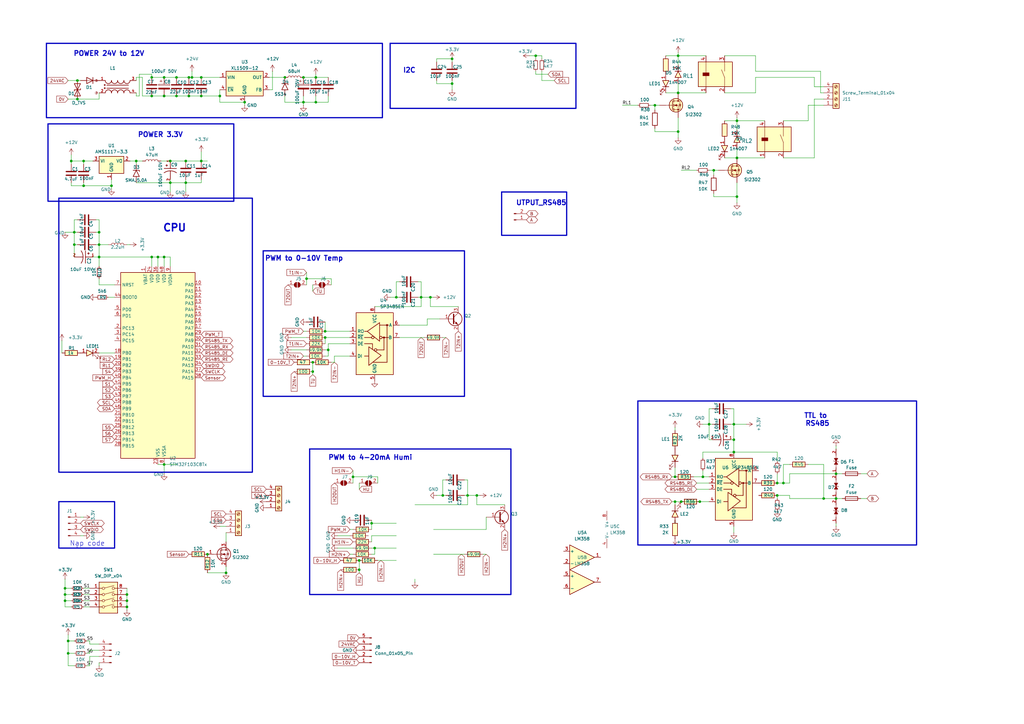
<source format=kicad_sch>
(kicad_sch (version 20231120) (generator "eeschema") (generator_version "8.0")
  (paper "A3")
  (lib_symbols
    (symbol "Amplifier_Operational:LM358" (pin_names (offset 0.127))
      (property "Reference" "U" (at 0 5.08 0))
      (property "Value" "LM358" (at 0 -5.08 0))
      (symbol "LM358_1_1"
        (pin output line (at 7.62 0 180) (length 2.54) (name "~") (number "1"))
        (pin input line (at -7.62 -2.54 0) (length 2.54) (name "-") (number "2"))
        (pin input line (at -7.62 2.54 0) (length 2.54) (name "+") (number "3"))
      )
      (symbol "LM358_2_1"
        (pin input line (at -7.62 2.54 0) (length 2.54) (name "+") (number "5"))
        (pin input line (at -7.62 -2.54 0) (length 2.54) (name "-") (number "6"))
        (pin output line (at 7.62 0 180) (length 2.54) (name "~") (number "7"))
      )
      (symbol "LM358_3_1"
        (pin power_in line (at -2.54 -7.62 90) (length 3.81) (name "V-") (number "4"))
        (pin power_in line (at -2.54 7.62 270) (length 3.81) (name "V+") (number "8"))
      )
    )
    (symbol "Connector:Conn_01x02_Pin" (pin_names (offset 1.016) hide)
      (property "Reference" "J" (at 0 2.54 0))
      (property "Value" "Conn_01x02_Pin" (at 0 -5.08 0))
      (symbol "Conn_01x02_Pin_1_1"
        (pin passive line (at 5.08 0 180) (length 3.81) (name "Pin_1") (number "1"))
        (pin passive line (at 5.08 -2.54 180) (length 3.81) (name "Pin_2") (number "2"))
      )
    )
    (symbol "Connector:Conn_01x04_Pin" (pin_names (offset 1.016) hide)
      (property "Reference" "J" (at 0 5.08 0))
      (property "Value" "Conn_01x04_Pin" (at 0 -7.62 0))
      (symbol "Conn_01x04_Pin_1_1"
        (pin passive line (at 5.08 2.54 180) (length 3.81) (name "Pin_1") (number "1"))
        (pin passive line (at 5.08 0 180) (length 3.81) (name "Pin_2") (number "2"))
        (pin passive line (at 5.08 -2.54 180) (length 3.81) (name "Pin_3") (number "3"))
        (pin passive line (at 5.08 -5.08 180) (length 3.81) (name "Pin_4") (number "4"))
      )
    )
    (symbol "Connector:Conn_01x05_Pin" (pin_names (offset 1.016) hide)
      (property "Reference" "J" (at 0 7.62 0))
      (property "Value" "Conn_01x05_Pin" (at 0 -7.62 0))
      (symbol "Conn_01x05_Pin_1_1"
        (pin passive line (at 5.08 5.08 180) (length 3.81) (name "Pin_1") (number "1"))
        (pin passive line (at 5.08 2.54 180) (length 3.81) (name "Pin_2") (number "2"))
        (pin passive line (at 5.08 0 180) (length 3.81) (name "Pin_3") (number "3"))
        (pin passive line (at 5.08 -2.54 180) (length 3.81) (name "Pin_4") (number "4"))
        (pin passive line (at 5.08 -5.08 180) (length 3.81) (name "Pin_5") (number "5"))
      )
    )
    (symbol "Connector:Screw_Terminal_01x04" (pin_names (offset 1.016) hide)
      (property "Reference" "J" (at 0 5.08 0))
      (property "Value" "Screw_Terminal_01x04" (at 0 -7.62 0))
      (symbol "Screw_Terminal_01x04_1_1"
        (pin passive line (at -5.08 2.54 0) (length 3.81) (name "Pin_1") (number "1"))
        (pin passive line (at -5.08 0 0) (length 3.81) (name "Pin_2") (number "2"))
        (pin passive line (at -5.08 -2.54 0) (length 3.81) (name "Pin_3") (number "3"))
        (pin passive line (at -5.08 -5.08 0) (length 3.81) (name "Pin_4") (number "4"))
      )
    )
    (symbol "Device:C" (pin_numbers hide) (pin_names (offset 0.254))
      (property "Reference" "C" (at 0.635 2.54 0))
      (property "Value" "C" (at 0.635 -2.54 0))
      (symbol "C_1_1"
        (pin passive line (at 0 3.81 270) (length 2.794) (name "~") (number "1"))
        (pin passive line (at 0 -3.81 90) (length 2.794) (name "~") (number "2"))
      )
    )
    (symbol "Device:C_Polarized" (pin_numbers hide) (pin_names (offset 0.254))
      (property "Reference" "C" (at 0.635 2.54 0))
      (property "Value" "C_Polarized" (at 0.635 -2.54 0))
      (symbol "C_Polarized_1_1"
        (pin passive line (at 0 3.81 270) (length 2.794) (name "~") (number "1"))
        (pin passive line (at 0 -3.81 90) (length 2.794) (name "~") (number "2"))
      )
    )
    (symbol "Device:D" (pin_numbers hide) (pin_names (offset 1.016) hide)
      (property "Reference" "D" (at 0 2.54 0))
      (property "Value" "D" (at 0 -2.54 0))
      (symbol "D_1_1"
        (pin passive line (at -3.81 0 0) (length 2.54) (name "K") (number "1"))
        (pin passive line (at 3.81 0 180) (length 2.54) (name "A") (number "2"))
      )
    )
    (symbol "Device:D_TVS" (pin_numbers hide) (pin_names (offset 1.016) hide)
      (property "Reference" "D" (at 0 2.54 0))
      (property "Value" "D_TVS" (at 0 -2.54 0))
      (symbol "D_TVS_1_1"
        (pin passive line (at -3.81 0 0) (length 2.54) (name "A1") (number "1"))
        (pin passive line (at 3.81 0 180) (length 2.54) (name "A2") (number "2"))
      )
    )
    (symbol "Device:Fuse" (pin_numbers hide) (pin_names (offset 0))
      (property "Reference" "F" (at 2.032 0 90))
      (property "Value" "Fuse" (at -1.905 0 90))
      (symbol "Fuse_1_1"
        (pin passive line (at 0 3.81 270) (length 1.27) (name "~") (number "1"))
        (pin passive line (at 0 -3.81 90) (length 1.27) (name "~") (number "2"))
      )
    )
    (symbol "Device:L" (pin_numbers hide) (pin_names (offset 1.016) hide)
      (property "Reference" "L" (at -1.27 0 90))
      (property "Value" "L" (at 1.905 0 90))
      (symbol "L_1_1"
        (pin passive line (at 0 3.81 270) (length 1.27) (name "1") (number "1"))
        (pin passive line (at 0 -3.81 90) (length 1.27) (name "2") (number "2"))
      )
    )
    (symbol "Device:R" (pin_numbers hide) (pin_names (offset 0))
      (property "Reference" "R" (at 2.032 0 90))
      (property "Value" "R" (at 0 0 90))
      (symbol "R_1_1"
        (pin passive line (at 0 3.81 270) (length 1.27) (name "~") (number "1"))
        (pin passive line (at 0 -3.81 90) (length 1.27) (name "~") (number "2"))
      )
    )
    (symbol "Device:R_Small" (pin_numbers hide) (pin_names (offset 0.254) hide)
      (property "Reference" "R" (at 0.762 0.508 0))
      (property "Value" "R_Small" (at 0.762 -1.016 0))
      (symbol "R_Small_1_1"
        (pin passive line (at 0 2.54 270) (length 0.762) (name "~") (number "1"))
        (pin passive line (at 0 -2.54 90) (length 0.762) (name "~") (number "2"))
      )
    )
    (symbol "Diode:SMAJ12A" (pin_numbers hide) (pin_names (offset 1.016) hide)
      (property "Reference" "D" (at 0 2.54 0))
      (property "Value" "SMAJ12A" (at 0 -2.54 0))
      (symbol "SMAJ12A_1_1"
        (pin passive line (at -3.81 0 0) (length 2.54) (name "A1") (number "1"))
        (pin passive line (at 3.81 0 180) (length 2.54) (name "A2") (number "2"))
      )
    )
    (symbol "Diode:SMAJ5.0A" (pin_numbers hide) (pin_names (offset 1.016) hide)
      (property "Reference" "D" (at 0 2.54 0))
      (property "Value" "SMAJ5.0A" (at 0 -2.54 0))
      (symbol "SMAJ5.0A_1_1"
        (pin passive line (at -3.81 0 0) (length 2.54) (name "A1") (number "1"))
        (pin passive line (at 3.81 0 180) (length 2.54) (name "A2") (number "2"))
      )
    )
    (symbol "IVS_SYMBOLS:D_Diode"
      (property "Reference" "D" (at 0 2.54 0))
      (property "Value" "D_Diode" (at 0 -2.54 0))
      (symbol "D_Diode_1_1"
        (pin passive line (at 5.08 0 180) (length 2.54) (name "") (number "1"))
        (pin passive line (at -2.54 0 0) (length 2.54) (name "") (number "2"))
      )
    )
    (symbol "IVS_SYMBOLS:Led"
      (property "Reference" "LE" (at 0.508 -2.794 0))
      (property "Value" "Led" (at -0.254 2.794 0))
      (symbol "Led_1_1"
        (pin passive line (at 5.08 0 180) (length 2.54) (name "") (number "1"))
        (pin passive line (at -2.54 0 0) (length 2.54) (name "") (number "2"))
      )
    )
    (symbol "IVS_SYMBOLS:N_Mosfet" (pin_numbers hide) (pin_names hide)
      (property "Reference" "Q" (at 2.794 1.2192 0))
      (symbol "N_Mosfet_1_1"
        (pin input line (at -7.62 0 0) (length 2.54) (name "G") (number "1"))
        (pin passive line (at 0 -5.08 90) (length 2.54) (name "S") (number "2"))
        (pin passive line (at 0 5.08 270) (length 2.54) (name "D") (number "3"))
      )
    )
    (symbol "IVS_SYMBOLS:R" (pin_numbers hide) (pin_names (offset 0))
      (property "Reference" "R" (at 2.032 0 90))
      (property "Value" "R" (at 0 0 90))
      (symbol "R_1_1"
        (pin passive line (at 0 3.81 270) (length 1.27) (name "~") (number "1"))
        (pin passive line (at 0 -3.81 90) (length 1.27) (name "~") (number "2"))
      )
    )
    (symbol "IVS_SYMBOLS:Relay_G5NB-1A-E_DC5" (pin_names (offset 0.254) hide)
      (property "Reference" "RL?" (at 0 -15.24 0))
      (symbol "Relay_G5NB-1A-E_DC5_1_1"
        (pin power_in line (at 7.62 2.54 180) (length 2.54) (name "1") (number "1"))
        (pin passive line (at 7.62 -5.08 180) (length 2.54) (name "2") (number "2"))
        (pin passive line (at -7.62 -5.08 0) (length 2.54) (name "3") (number "3"))
        (pin power_in line (at -7.62 2.54 0) (length 2.54) (name "4") (number "4"))
      )
    )
    (symbol "Interface_UART:SP3485EN"
      (property "Reference" "U" (at -7.62 13.97 0))
      (property "Value" "SP3485EN" (at 1.905 13.97 0))
      (symbol "SP3485EN_1_1"
        (pin output line (at -10.16 5.08 0) (length 2.54) (name "RO") (number "1"))
        (pin input line (at -10.16 2.54 0) (length 2.54) (name "~{RE}") (number "2"))
        (pin input line (at -10.16 0 0) (length 2.54) (name "DE") (number "3"))
        (pin input line (at -10.16 -5.08 0) (length 2.54) (name "DI") (number "4"))
        (pin power_in line (at 0 -15.24 90) (length 2.54) (name "GND") (number "5"))
        (pin bidirectional line (at 10.16 7.62 180) (length 2.54) (name "A") (number "6"))
        (pin bidirectional line (at 10.16 2.54 180) (length 2.54) (name "B") (number "7"))
        (pin power_in line (at 0 15.24 270) (length 2.54) (name "VCC") (number "8"))
      )
    )
    (symbol "Led_1" (pin_numbers hide)
      (property "Reference" "LE" (at 0.508 -2.794 0))
      (property "Value" "Led" (at -0.254 2.794 0))
      (symbol "Led_1_1_1"
        (pin passive line (at 5.08 0 180) (length 2.54) (name "") (number "1"))
        (pin passive line (at -2.54 0 0) (length 2.54) (name "") (number "2"))
      )
    )
    (symbol "Led_2" (pin_numbers hide)
      (property "Reference" "LE" (at 0.508 -2.794 0))
      (property "Value" "Led" (at -0.254 2.794 0))
      (symbol "Led_2_1_1"
        (pin passive line (at 5.08 0 180) (length 2.54) (name "") (number "1"))
        (pin passive line (at -2.54 0 0) (length 2.54) (name "") (number "2"))
      )
    )
    (symbol "MCU_ST_STM32F1:STM32F103C8Tx"
      (property "Reference" "U" (at -15.24 39.37 0))
      (property "Value" "STM32F103C8Tx" (at 7.62 39.37 0))
      (symbol "STM32F103C8Tx_1_1"
        (pin power_in line (at -5.08 40.64 270) (length 2.54) (name "VBAT") (number "1"))
        (pin bidirectional line (at 17.78 33.02 180) (length 2.54) (name "PA0") (number "10"))
        (pin bidirectional line (at 17.78 30.48 180) (length 2.54) (name "PA1") (number "11"))
        (pin bidirectional line (at 17.78 27.94 180) (length 2.54) (name "PA2") (number "12"))
        (pin bidirectional line (at 17.78 25.4 180) (length 2.54) (name "PA3") (number "13"))
        (pin bidirectional line (at 17.78 22.86 180) (length 2.54) (name "PA4") (number "14"))
        (pin bidirectional line (at 17.78 20.32 180) (length 2.54) (name "PA5") (number "15"))
        (pin bidirectional line (at 17.78 17.78 180) (length 2.54) (name "PA6") (number "16"))
        (pin bidirectional line (at 17.78 15.24 180) (length 2.54) (name "PA7") (number "17"))
        (pin bidirectional line (at -17.78 5.08 0) (length 2.54) (name "PB0") (number "18"))
        (pin bidirectional line (at -17.78 2.54 0) (length 2.54) (name "PB1") (number "19"))
        (pin bidirectional line (at -17.78 15.24 0) (length 2.54) (name "PC13") (number "2"))
        (pin bidirectional line (at -17.78 0 0) (length 2.54) (name "PB2") (number "20"))
        (pin bidirectional line (at -17.78 -20.32 0) (length 2.54) (name "PB10") (number "21"))
        (pin bidirectional line (at -17.78 -22.86 0) (length 2.54) (name "PB11") (number "22"))
        (pin power_in line (at 0 -40.64 90) (length 2.54) (name "VSS") (number "23"))
        (pin power_in line (at -2.54 40.64 270) (length 2.54) (name "VDD") (number "24"))
        (pin bidirectional line (at -17.78 -25.4 0) (length 2.54) (name "PB12") (number "25"))
        (pin bidirectional line (at -17.78 -27.94 0) (length 2.54) (name "PB13") (number "26"))
        (pin bidirectional line (at -17.78 -30.48 0) (length 2.54) (name "PB14") (number "27"))
        (pin bidirectional line (at -17.78 -33.02 0) (length 2.54) (name "PB15") (number "28"))
        (pin bidirectional line (at 17.78 12.7 180) (length 2.54) (name "PA8") (number "29"))
        (pin bidirectional line (at -17.78 12.7 0) (length 2.54) (name "PC14") (number "3"))
        (pin bidirectional line (at 17.78 10.16 180) (length 2.54) (name "PA9") (number "30"))
        (pin bidirectional line (at 17.78 7.62 180) (length 2.54) (name "PA10") (number "31"))
        (pin bidirectional line (at 17.78 5.08 180) (length 2.54) (name "PA11") (number "32"))
        (pin bidirectional line (at 17.78 2.54 180) (length 2.54) (name "PA12") (number "33"))
        (pin bidirectional line (at 17.78 0 180) (length 2.54) (name "PA13") (number "34"))
        (pin passive line (at 0 -40.64 90) (length 2.54) hide (name "VSS") (number "35"))
        (pin power_in line (at 0 40.64 270) (length 2.54) (name "VDD") (number "36"))
        (pin bidirectional line (at 17.78 -2.54 180) (length 2.54) (name "PA14") (number "37"))
        (pin bidirectional line (at 17.78 -5.08 180) (length 2.54) (name "PA15") (number "38"))
        (pin bidirectional line (at -17.78 -2.54 0) (length 2.54) (name "PB3") (number "39"))
        (pin bidirectional line (at -17.78 10.16 0) (length 2.54) (name "PC15") (number "4"))
        (pin bidirectional line (at -17.78 -5.08 0) (length 2.54) (name "PB4") (number "40"))
        (pin bidirectional line (at -17.78 -7.62 0) (length 2.54) (name "PB5") (number "41"))
        (pin bidirectional line (at -17.78 -10.16 0) (length 2.54) (name "PB6") (number "42"))
        (pin bidirectional line (at -17.78 -12.7 0) (length 2.54) (name "PB7") (number "43"))
        (pin input line (at -17.78 27.94 0) (length 2.54) (name "BOOT0") (number "44"))
        (pin bidirectional line (at -17.78 -15.24 0) (length 2.54) (name "PB8") (number "45"))
        (pin bidirectional line (at -17.78 -17.78 0) (length 2.54) (name "PB9") (number "46"))
        (pin passive line (at 0 -40.64 90) (length 2.54) hide (name "VSS") (number "47"))
        (pin power_in line (at 2.54 40.64 270) (length 2.54) (name "VDD") (number "48"))
        (pin bidirectional line (at -17.78 22.86 0) (length 2.54) (name "PD0") (number "5"))
        (pin bidirectional line (at -17.78 20.32 0) (length 2.54) (name "PD1") (number "6"))
        (pin input line (at -17.78 33.02 0) (length 2.54) (name "NRST") (number "7"))
        (pin power_in line (at 2.54 -40.64 90) (length 2.54) (name "VSSA") (number "8"))
        (pin power_in line (at 5.08 40.64 270) (length 2.54) (name "VDDA") (number "9"))
      )
    )
    (symbol "QuocBao:Transistor_FET_DMN13H750S" (pin_names (offset 0) hide)
      (property "Reference" "Q?" (at 3.81 1.778 0))
      (property "Value" "SI2302" (at 5.842 -0.762 0))
      (symbol "Transistor_FET_DMN13H750S_1_1"
        (pin input line (at -7.62 0 0) (length 2.54) (name "G") (number "1"))
        (pin passive line (at 0 -5.08 90) (length 2.54) (name "S") (number "2"))
        (pin passive line (at 0 5.08 270) (length 2.54) (name "D") (number "3"))
      )
    )
    (symbol "Regulator_Linear:AMS1117-3.3"
      (property "Reference" "U" (at -3.81 3.175 0))
      (property "Value" "AMS1117-3.3" (at 0 3.175 0))
      (symbol "AMS1117-3.3_1_1"
        (pin power_in line (at 0 -7.62 90) (length 2.54) (name "GND") (number "1"))
        (pin power_out line (at 7.62 0 180) (length 2.54) (name "VO") (number "2"))
        (pin power_in line (at -7.62 0 0) (length 2.54) (name "VI") (number "3"))
      )
    )
    (symbol "Regulator_Switching:XL1509-12"
      (property "Reference" "U" (at -7.112 6.096 0))
      (property "Value" "XL1509-12" (at 5.842 6.096 0))
      (symbol "XL1509-12_1_1"
        (pin power_in line (at -10.16 2.54 0) (length 2.54) (name "VIN") (number "1"))
        (pin power_out line (at 10.16 2.54 180) (length 2.54) (name "OUT") (number "2"))
        (pin input line (at 10.16 -2.54 180) (length 2.54) (name "FB") (number "3"))
        (pin input line (at -10.16 -2.54 0) (length 2.54) (name "~{EN}") (number "4"))
        (pin power_in line (at 0 -7.62 90) (length 2.54) (name "GND") (number "5"))
        (pin passive line (at 0 -7.62 90) (length 2.54) hide (name "GND") (number "6"))
        (pin passive line (at 0 -7.62 90) (length 2.54) hide (name "GND") (number "7"))
        (pin passive line (at 0 -7.62 90) (length 2.54) hide (name "GND") (number "8"))
      )
    )
    (symbol "SMAJ12CA:SMAJ12CA" (pin_names (offset 1.016))
      (property "Reference" "D" (at -5.08 2.54 0))
      (property "Value" "SMAJ12CA" (at -5.08 -5.08 0))
      (symbol "SMAJ12CA_0_0"
        (pin passive line (at -5.08 0 0) (length 2.54) (name "~") (number "1"))
        (pin passive line (at 5.08 0 180) (length 2.54) (name "~") (number "2"))
      )
    )
    (symbol "Switch:SW_DIP_x04" (pin_names (offset 0) hide)
      (property "Reference" "SW" (at 0 8.89 0))
      (property "Value" "SW_DIP_x04" (at 0 -6.35 0))
      (symbol "SW_DIP_x04_1_1"
        (pin passive line (at -7.62 5.08 0) (length 5.08) (name "~") (number "1"))
        (pin passive line (at -7.62 2.54 0) (length 5.08) (name "~") (number "2"))
        (pin passive line (at -7.62 0 0) (length 5.08) (name "~") (number "3"))
        (pin passive line (at -7.62 -2.54 0) (length 5.08) (name "~") (number "4"))
        (pin passive line (at 7.62 -2.54 180) (length 5.08) (name "~") (number "5"))
        (pin passive line (at 7.62 0 180) (length 5.08) (name "~") (number "6"))
        (pin passive line (at 7.62 2.54 180) (length 5.08) (name "~") (number "7"))
        (pin passive line (at 7.62 5.08 180) (length 5.08) (name "~") (number "8"))
      )
    )
    (symbol "Symbols:C" (pin_numbers hide) (pin_names (offset 0.254))
      (property "Reference" "C" (at 0.635 2.54 0))
      (property "Value" "C" (at 0.635 -2.54 0))
      (symbol "C_1_1"
        (pin passive line (at 0 3.81 270) (length 2.794) (name "~") (number "1"))
        (pin passive line (at 0 -3.81 90) (length 2.794) (name "~") (number "2"))
      )
    )
    (symbol "Symbols:SolderJumper_2_Open" (pin_names (offset 0) hide)
      (property "Reference" "JP" (at 0 2.032 0))
      (property "Value" "SolderJumper_2_Open" (at 0 -2.54 0))
      (symbol "SolderJumper_2_Open_1_1"
        (pin passive line (at -3.81 0 0) (length 2.54) (name "A") (number "1"))
        (pin passive line (at 3.81 0 180) (length 2.54) (name "B") (number "2"))
      )
    )
    (symbol "Tantalum_10uF_10V:TAJA106K016RNJ" (pin_names (offset 1.016))
      (property "Reference" "C" (at -5.08 3.81 0))
      (property "Value" "TAJA106K016RNJ" (at -5.08 -5.08 0))
      (symbol "TAJA106K016RNJ_0_0"
        (pin passive line (at -5.08 0 0) (length 0) (name "~") (number "1"))
        (pin passive line (at 2.54 0 180) (length 0) (name "~") (number "2"))
      )
    )
    (symbol "Transistor_BJT:MMBT2222A" (pin_names (offset 0) hide)
      (property "Reference" "Q" (at 5.08 1.905 0))
      (property "Value" "MMBT2222A" (at 5.08 0 0))
      (symbol "MMBT2222A_1_1"
        (pin input line (at -5.08 0 0) (length 5.715) (name "B") (number "1"))
        (pin passive line (at 2.54 -5.08 90) (length 2.54) (name "E") (number "2"))
        (pin passive line (at 2.54 5.08 270) (length 2.54) (name "C") (number "3"))
      )
    )
    (symbol "WE-DD_1210:WE-DD_1210" (pin_names (offset 1.016))
      (property "Reference" "L" (at 0.34 3.51 0))
      (property "Value" "WE-DD_1210" (at -4.44 -5.12 0))
      (symbol "WE-DD_1210_0_0"
        (text "1" (at -9.02 2.21 0) (effects (font (size 0.6096 0.6096)) (justify left bottom)))
        (text "2" (at -8.99 -2.86 0) (effects (font (size 0.6096 0.6096)) (justify left bottom)))
        (pin passive line (at -7.62 2.54 0) (length 2.54) (name "~") (number "1"))
        (pin passive line (at -7.62 -2.54 0) (length 2.54) (name "~") (number "2"))
        (pin passive line (at 7.62 2.54 180) (length 2.54) (name "~") (number "3"))
        (pin passive line (at 7.62 -2.54 180) (length 2.54) (name "~") (number "4"))
      )
    )
    (symbol "power:+12V" (power) (pin_numbers hide) (pin_names (offset 0) hide)
      (property "Value" "+12V" (at 0 3.556 0))
      (symbol "+12V_1_1"
        (pin power_in line (at 0 0 90) (length 0) (name "~") (number "1"))
      )
    )
    (symbol "power:+24V" (power) (pin_numbers hide) (pin_names (offset 0) hide)
      (property "Value" "+24V" (at 0 3.556 0))
      (symbol "+24V_1_1"
        (pin power_in line (at 0 0 90) (length 0) (name "~") (number "1"))
      )
    )
    (symbol "power:+3.3V" (power) (pin_numbers hide) (pin_names (offset 0) hide)
      (property "Value" "+3.3V" (at 0 3.556 0))
      (symbol "+3.3V_1_1"
        (pin power_in line (at 0 0 90) (length 0) (name "~") (number "1"))
      )
    )
    (symbol "power:+3V3" (power) (pin_numbers hide) (pin_names (offset 0) hide)
      (property "Value" "+3V3" (at 0 3.556 0))
      (symbol "+3V3_1_1"
        (pin power_in line (at 0 0 90) (length 0) (name "~") (number "1"))
      )
    )
    (symbol "power:GND" (power) (pin_numbers hide) (pin_names (offset 0) hide)
      (property "Value" "GND" (at 0 -3.81 0))
      (symbol "GND_1_1"
        (pin power_in line (at 0 0 270) (length 0) (name "~") (number "1"))
      )
    )
    (symbol "power:VCC" (power) (pin_numbers hide) (pin_names (offset 0) hide)
      (property "Value" "VCC" (at 0 3.556 0))
      (symbol "VCC_1_1"
        (pin power_in line (at 0 0 90) (length 0) (name "~") (number "1"))
      )
    )
  )
  (junction (at 62.23 39.37))
  (junction (at 40.64 105.41))
  (junction (at 100.33 41.91))
  (junction (at 185.42 24.13))
  (junction (at 29.21 66.04))
  (junction (at 26.67 243.84))
  (junction (at 172.72 121.92))
  (junction (at 276.86 205.74))
  (junction (at 67.31 190.5))
  (junction (at 55.88 66.04))
  (junction (at 290.83 173.99))
  (junction (at 337.82 204.47))
  (junction (at 268.605 43.18))
  (junction (at 77.47 31.75))
  (junction (at 321.31 198.12))
  (junction (at 342.9 204.47))
  (junction (at 45.72 76.2))
  (junction (at 302.26 49.53))
  (junction (at 133.35 135.89))
  (junction (at 278.13 53.975))
  (junction (at 76.2 74.93))
  (junction (at 279.4 205.74))
  (junction (at 342.9 194.31))
  (junction (at 318.77 203.2))
  (junction (at 27.94 267.97))
  (junction (at 52.07 246.38))
  (junction (at 27.94 262.89))
  (junction (at 124.46 31.75))
  (junction (at 133.35 138.43))
  (junction (at 181.61 203.2))
  (junction (at 219.71 22.86))
  (junction (at 191.77 203.2))
  (junction (at 92.71 234.95))
  (junction (at 116.84 31.75))
  (junction (at 300.99 185.42))
  (junction (at 147.32 229.87))
  (junction (at 82.55 31.75))
  (junction (at 162.56 121.92))
  (junction (at 62.23 31.75))
  (junction (at 129.54 41.91))
  (junction (at 77.47 39.37))
  (junction (at 40.64 100.33))
  (junction (at 69.85 66.04))
  (junction (at 153.67 224.79))
  (junction (at 34.29 76.2))
  (junction (at 144.78 195.58))
  (junction (at 82.55 39.37))
  (junction (at 128.27 152.4))
  (junction (at 278.13 38.1))
  (junction (at 31.75 33.02))
  (junction (at 30.48 100.33))
  (junction (at 292.735 69.85))
  (junction (at 85.09 227.33))
  (junction (at 52.07 243.84))
  (junction (at 288.29 195.58))
  (junction (at 152.4 214.63))
  (junction (at 67.31 39.37))
  (junction (at 195.58 203.2))
  (junction (at 300.99 173.99))
  (junction (at 26.67 246.38))
  (junction (at 90.17 39.37))
  (junction (at 72.39 39.37))
  (junction (at 72.39 31.75))
  (junction (at 302.26 80.645))
  (junction (at 52.07 248.92))
  (junction (at 147.32 233.68))
  (junction (at 26.67 241.3))
  (junction (at 78.74 31.75))
  (junction (at 318.77 198.12))
  (junction (at 64.77 105.41))
  (junction (at 30.48 95.25))
  (junction (at 125.73 114.3))
  (junction (at 185.42 34.29))
  (junction (at 278.13 22.86))
  (junction (at 69.85 74.93))
  (junction (at 300.99 180.34))
  (junction (at 82.55 66.04))
  (junction (at 302.26 64.77))
  (junction (at 62.23 105.41))
  (junction (at 128.27 148.59))
  (junction (at 129.54 31.75))
  (junction (at 176.53 121.92))
  (junction (at 276.86 195.58))
  (junction (at 76.2 66.04))
  (junction (at 31.75 40.64))
  (junction (at 124.46 41.91))
  (junction (at 287.02 205.74))
  (junction (at 134.62 143.51))
  (junction (at 67.31 105.41))
  (junction (at 34.29 66.04))
  (junction (at 40.64 95.25))
  (junction (at 67.31 31.75))
  (wire (pts (xy 133.35 146.05) (xy 134.62 146.05)))
  (wire (pts (xy 40.64 100.33) (xy 40.64 105.41)))
  (wire (pts (xy 176.53 125.73) (xy 176.53 121.92)))
  (wire (pts (xy 40.64 90.17) (xy 40.64 95.25)))
  (wire (pts (xy 275.59 195.58) (xy 276.86 195.58)))
  (wire (pts (xy 62.23 105.41) (xy 64.77 105.41)))
  (wire (pts (xy 297.18 49.53) (xy 302.26 49.53)))
  (wire (pts (xy 29.21 76.2) (xy 34.29 76.2)))
  (wire (pts (xy 337.82 190.5) (xy 337.82 204.47)))
  (wire (pts (xy 64.77 190.5) (xy 67.31 190.5)))
  (wire (pts (xy 133.35 138.43) (xy 133.35 140.97)))
  (wire (pts (xy 153.67 227.33) (xy 153.67 224.79)))
  (wire (pts (xy 331.47 43.18) (xy 337.82 43.18)))
  (wire (pts (xy 179.07 24.13) (xy 185.42 24.13)))
  (wire (pts (xy 34.29 243.84) (xy 36.83 243.84)))
  (wire (pts (xy 66.04 66.04) (xy 69.85 66.04)))
  (wire (pts (xy 40.64 269.24) (xy 36.83 269.24)))
  (wire (pts (xy 67.31 109.22) (xy 67.31 105.41)))
  (wire (pts (xy 163.83 121.92) (xy 162.56 121.92)))
  (wire (pts (xy 34.29 248.92) (xy 36.83 248.92)))
  (wire (pts (xy 147.32 233.68) (xy 147.32 234.95)))
  (wire (pts (xy 143.51 146.05) (xy 137.16 146.05)))
  (wire (pts (xy 334.01 40.64) (xy 337.82 40.64)))
  (wire (pts (xy 309.88 31.75) (xy 334.01 31.75)))
  (wire (pts (xy 297.18 22.86) (xy 309.88 22.86)))
  (wire (pts (xy 300.99 167.64) (xy 300.99 173.99)))
  (wire (pts (xy 266.7 43.18) (xy 268.605 43.18)))
  (wire (pts (xy 268.605 45.085) (xy 268.605 43.18)))
  (wire (pts (xy 191.77 196.85) (xy 190.5 196.85)))
  (wire (pts (xy 287.02 205.74) (xy 279.4 205.74)))
  (wire (pts (xy 191.77 203.2) (xy 195.58 203.2)))
  (wire (pts (xy 135.89 116.84) (xy 135.89 114.3)))
  (wire (pts (xy 176.53 121.92) (xy 177.8 121.92)))
  (wire (pts (xy 67.31 190.5) (xy 72.39 190.5)))
  (wire (pts (xy 170.18 207.01) (xy 191.77 207.01)))
  (wire (pts (xy 55.88 33.02) (xy 55.88 31.75)))
  (wire (pts (xy 57.15 39.37) (xy 57.15 30.48)))
  (wire (pts (xy 76.2 74.93) (xy 76.2 78.74)))
  (wire (pts (xy 278.13 48.26) (xy 278.13 53.975)))
  (wire (pts (xy 276.86 205.74) (xy 279.4 205.74)))
  (wire (pts (xy 278.13 26.67) (xy 278.13 22.86)))
  (wire (pts (xy 133.35 135.89) (xy 143.51 135.89)))
  (wire (pts (xy 180.34 130.81) (xy 175.26 130.81)))
  (wire (pts (xy 26.67 95.25) (xy 30.48 95.25)))
  (wire (pts (xy 90.17 36.83) (xy 90.17 39.37)))
  (wire (pts (xy 110.49 36.83) (xy 111.76 36.83)))
  (wire (pts (xy 69.85 74.93) (xy 69.85 78.74)))
  (wire (pts (xy 55.88 66.04) (xy 55.88 67.31)))
  (wire (pts (xy 128.27 116.84) (xy 128.27 119.38)))
  (wire (pts (xy 82.55 66.04) (xy 85.09 66.04)))
  (wire (pts (xy 34.29 74.93) (xy 34.29 76.2)))
  (wire (pts (xy 138.43 224.79) (xy 144.78 224.79)))
  (wire (pts (xy 300.99 185.42) (xy 288.29 185.42)))
  (wire (pts (xy 53.34 66.04) (xy 55.88 66.04)))
  (wire (pts (xy 30.48 95.25) (xy 31.75 95.25)))
  (wire (pts (xy 276.86 176.53) (xy 276.86 175.26)))
  (wire (pts (xy 342.9 204.47) (xy 337.82 204.47)))
  (wire (pts (xy 40.64 105.41) (xy 40.64 109.22)))
  (wire (pts (xy 31.75 33.02) (xy 33.02 33.02)))
  (wire (pts (xy 152.4 214.63) (xy 152.4 217.17)))
  (wire (pts (xy 72.39 39.37) (xy 77.47 39.37)))
  (wire (pts (xy 129.54 30.48) (xy 129.54 31.75)))
  (wire (pts (xy 309.88 22.86) (xy 309.88 29.21)))
  (wire (pts (xy 57.15 30.48) (xy 62.23 30.48)))
  (wire (pts (xy 275.59 205.74) (xy 276.86 205.74)))
  (wire (pts (xy 300.99 215.9) (xy 300.99 218.44)))
  (wire (pts (xy 292.735 80.645) (xy 302.26 80.645)))
  (wire (pts (xy 290.83 69.85) (xy 292.735 69.85)))
  (wire (pts (xy 30.48 100.33) (xy 30.48 105.41)))
  (wire (pts (xy 143.51 217.17) (xy 144.78 217.17)))
  (wire (pts (xy 334.01 64.77) (xy 321.31 64.77)))
  (wire (pts (xy 219.71 22.86) (xy 219.71 24.13)))
  (wire (pts (xy 135.89 114.3) (xy 125.73 114.3)))
  (wire (pts (xy 290.83 173.99) (xy 288.29 173.99)))
  (wire (pts (xy 336.55 29.21) (xy 336.55 38.1)))
  (wire (pts (xy 181.61 196.85) (xy 182.88 196.85)))
  (wire (pts (xy 342.9 194.31) (xy 345.44 194.31)))
  (wire (pts (xy 300.99 180.34) (xy 300.99 185.42)))
  (wire (pts (xy 321.31 49.53) (xy 331.47 49.53)))
  (wire (pts (xy 129.54 39.37) (xy 129.54 41.91)))
  (wire (pts (xy 58.42 31.75) (xy 58.42 39.37)))
  (wire (pts (xy 35.56 267.97) (xy 36.83 267.97)))
  (wire (pts (xy 292.735 71.755) (xy 292.735 69.85)))
  (wire (pts (xy 323.85 194.31) (xy 323.85 198.12)))
  (wire (pts (xy 276.86 191.77) (xy 276.86 195.58)))
  (wire (pts (xy 40.64 273.05) (xy 40.64 271.78)))
  (wire (pts (xy 292.735 79.375) (xy 292.735 80.645)))
  (wire (pts (xy 284.48 195.58) (xy 288.29 195.58)))
  (wire (pts (xy 27.94 273.05) (xy 30.48 273.05)))
  (wire (pts (xy 40.64 116.84) (xy 46.99 116.84)))
  (wire (pts (xy 185.42 33.02) (xy 185.42 34.29)))
  (wire (pts (xy 222.25 22.86) (xy 219.71 22.86)))
  (wire (pts (xy 353.06 204.47) (xy 355.6 204.47)))
  (wire (pts (xy 222.25 24.13) (xy 222.25 22.86)))
  (wire (pts (xy 34.29 66.04) (xy 38.1 66.04)))
  (wire (pts (xy 35.56 262.89) (xy 36.83 262.89)))
  (wire (pts (xy 67.31 194.31) (xy 67.31 190.5)))
  (wire (pts (xy 268.605 43.18) (xy 270.51 43.18)))
  (wire (pts (xy 34.29 219.71) (xy 33.02 219.71)))
  (wire (pts (xy 26.67 248.92) (xy 26.67 246.38)))
  (wire (pts (xy 27.94 267.97) (xy 30.48 267.97)))
  (wire (pts (xy 62.23 109.22) (xy 62.23 105.41)))
  (wire (pts (xy 124.46 41.91) (xy 124.46 43.18)))
  (wire (pts (xy 147.32 198.12) (xy 147.32 200.66)))
  (wire (pts (xy 36.83 264.16) (xy 36.83 262.89)))
  (wire (pts (xy 337.82 35.56) (xy 334.01 35.56)))
  (wire (pts (xy 69.85 73.66) (xy 69.85 74.93)))
  (wire (pts (xy 323.85 204.47) (xy 323.85 203.2)))
  (wire (pts (xy 67.31 39.37) (xy 72.39 39.37)))
  (wire (pts (xy 302.26 49.53) (xy 313.69 49.53)))
  (wire (pts (xy 77.47 31.75) (xy 78.74 31.75)))
  (wire (pts (xy 285.75 200.66) (xy 290.83 200.66)))
  (wire (pts (xy 55.88 39.37) (xy 55.88 38.1)))
  (wire (pts (xy 321.31 190.5) (xy 321.31 198.12)))
  (wire (pts (xy 285.75 198.12) (xy 290.83 198.12)))
  (wire (pts (xy 191.77 196.85) (xy 191.77 203.2)))
  (wire (pts (xy 133.35 132.08) (xy 133.35 135.89)))
  (wire (pts (xy 172.72 121.92) (xy 171.45 121.92)))
  (wire (pts (xy 152.4 214.63) (xy 162.56 214.63)))
  (wire (pts (xy 125.73 116.84) (xy 125.73 114.3)))
  (wire (pts (xy 331.47 43.18) (xy 331.47 49.53)))
  (wire (pts (xy 52.07 243.84) (xy 52.07 246.38)))
  (wire (pts (xy 290.83 173.99) (xy 290.83 167.64)))
  (wire (pts (xy 129.54 41.91) (xy 134.62 41.91)))
  (wire (pts (xy 207.01 207.01) (xy 195.58 207.01)))
  (wire (pts (xy 26.67 241.3) (xy 26.67 237.49)))
  (wire (pts (xy 302.26 64.77) (xy 313.69 64.77)))
  (wire (pts (xy 318.77 194.31) (xy 318.77 198.12)))
  (wire (pts (xy 29.21 243.84) (xy 26.67 243.84)))
  (wire (pts (xy 292.735 69.85) (xy 294.64 69.85)))
  (wire (pts (xy 143.51 227.33) (xy 144.78 227.33)))
  (wire (pts (xy 55.88 66.04) (xy 58.42 66.04)))
  (wire (pts (xy 110.49 31.75) (xy 116.84 31.75)))
  (wire (pts (xy 342.9 184.15) (xy 342.9 182.88)))
  (wire (pts (xy 138.43 219.71) (xy 143.51 219.71)))
  (wire (pts (xy 124.46 31.75) (xy 129.54 31.75)))
  (wire (pts (xy 29.21 241.3) (xy 26.67 241.3)))
  (wire (pts (xy 34.29 212.09) (xy 33.02 212.09)))
  (wire (pts (xy 40.64 100.33) (xy 39.37 100.33)))
  (wire (pts (xy 355.6 194.31) (xy 353.06 194.31)))
  (wire (pts (xy 292.1 173.99) (xy 290.83 173.99)))
  (wire (pts (xy 76.2 66.04) (xy 82.55 66.04)))
  (wire (pts (xy 279.4 69.85) (xy 285.75 69.85)))
  (wire (pts (xy 199.39 217.17) (xy 199.39 212.09)))
  (wire (pts (xy 40.64 40.64) (xy 31.75 40.64)))
  (wire (pts (xy 64.77 109.22) (xy 64.77 105.41)))
  (wire (pts (xy 177.8 227.33) (xy 190.5 227.33)))
  (wire (pts (xy 40.64 114.3) (xy 40.64 116.84)))
  (wire (pts (xy 55.88 74.93) (xy 69.85 74.93)))
  (wire (pts (xy 77.47 39.37) (xy 82.55 39.37)))
  (wire (pts (xy 67.31 31.75) (xy 72.39 31.75)))
  (wire (pts (xy 300.99 173.99) (xy 306.07 173.99)))
  (wire (pts (xy 62.23 39.37) (xy 67.31 39.37)))
  (wire (pts (xy 78.74 29.21) (xy 78.74 31.75)))
  (wire (pts (xy 40.64 105.41) (xy 62.23 105.41)))
  (wire (pts (xy 255.27 43.18) (xy 261.62 43.18)))
  (wire (pts (xy 31.75 100.33) (xy 30.48 100.33)))
  (wire (pts (xy 222.25 33.02) (xy 227.33 33.02)))
  (wire (pts (xy 309.88 31.75) (xy 309.88 38.1)))
  (wire (pts (xy 331.47 190.5) (xy 337.82 190.5)))
  (wire (pts (xy 133.35 138.43) (xy 143.51 138.43)))
  (wire (pts (xy 45.72 76.2) (xy 45.72 77.47)))
  (wire (pts (xy 55.88 39.37) (xy 57.15 39.37)))
  (wire (pts (xy 302.26 53.34) (xy 302.26 49.53)))
  (wire (pts (xy 323.85 194.31) (xy 342.9 194.31)))
  (wire (pts (xy 154.94 229.87) (xy 162.56 229.87)))
  (wire (pts (xy 119.38 138.43) (xy 125.73 138.43)))
  (wire (pts (xy 273.05 38.1) (xy 278.13 38.1)))
  (wire (pts (xy 62.23 31.75) (xy 67.31 31.75)))
  (wire (pts (xy 85.09 234.95) (xy 92.71 234.95)))
  (wire (pts (xy 297.18 64.77) (xy 302.26 64.77)))
  (wire (pts (xy 26.67 246.38) (xy 26.67 243.84)))
  (wire (pts (xy 119.38 143.51) (xy 125.73 143.51)))
  (wire (pts (xy 273.05 22.86) (xy 278.13 22.86)))
  (wire (pts (xy 129.54 31.75) (xy 134.62 31.75)))
  (wire (pts (xy 334.01 35.56) (xy 334.01 31.75)))
  (wire (pts (xy 276.86 207.01) (xy 276.86 205.74)))
  (wire (pts (xy 323.85 198.12) (xy 321.31 198.12)))
  (wire (pts (xy 27.94 40.64) (xy 31.75 40.64)))
  (wire (pts (xy 134.62 146.05) (xy 134.62 143.51)))
  (wire (pts (xy 302.26 80.645) (xy 302.26 83.185)))
  (wire (pts (xy 288.29 193.04) (xy 288.29 195.58)))
  (wire (pts (xy 27.94 262.89) (xy 30.48 262.89)))
  (wire (pts (xy 29.21 66.04) (xy 29.21 63.5)))
  (wire (pts (xy 72.39 31.75) (xy 77.47 31.75)))
  (wire (pts (xy 337.82 204.47) (xy 323.85 204.47)))
  (wire (pts (xy 90.17 41.91) (xy 100.33 41.91)))
  (wire (pts (xy 52.07 248.92) (xy 52.07 250.19)))
  (wire (pts (xy 300.99 167.64) (xy 299.72 167.64)))
  (wire (pts (xy 299.72 180.34) (xy 300.99 180.34)))
  (wire (pts (xy 292.1 180.34) (xy 290.83 180.34)))
  (wire (pts (xy 35.56 273.05) (xy 36.83 273.05)))
  (wire (pts (xy 290.83 167.64) (xy 292.1 167.64)))
  (wire (pts (xy 137.16 148.59) (xy 135.89 148.59)))
  (wire (pts (xy 144.78 195.58) (xy 144.78 193.04)))
  (wire (pts (xy 76.2 73.66) (xy 76.2 74.93)))
  (wire (pts (xy 153.67 224.79) (xy 152.4 224.79)))
  (wire (pts (xy 76.2 74.93) (xy 82.55 74.93)))
  (wire (pts (xy 219.71 29.21) (xy 219.71 30.48)))
  (wire (pts (xy 342.9 204.47) (xy 345.44 204.47)))
  (wire (pts (xy 29.21 246.38) (xy 26.67 246.38)))
  (wire (pts (xy 82.55 31.75) (xy 90.17 31.75)))
  (wire (pts (xy 199.39 227.33) (xy 198.12 227.33)))
  (wire (pts (xy 152.4 227.33) (xy 153.67 227.33)))
  (wire (pts (xy 30.48 95.25) (xy 30.48 100.33)))
  (wire (pts (xy 69.85 74.93) (xy 76.2 74.93)))
  (wire (pts (xy 116.84 41.91) (xy 124.46 41.91)))
  (wire (pts (xy 40.64 100.33) (xy 44.45 100.33)))
  (wire (pts (xy 162.56 121.92) (xy 162.56 115.57)))
  (wire (pts (xy 124.46 39.37) (xy 124.46 41.91)))
  (wire (pts (xy 182.88 138.43) (xy 181.61 138.43)))
  (wire (pts (xy 302.26 60.96) (xy 302.26 64.77)))
  (wire (pts (xy 278.13 53.975) (xy 278.13 56.515)))
  (wire (pts (xy 134.62 140.97) (xy 134.62 143.51)))
  (wire (pts (xy 34.29 67.31) (xy 34.29 66.04)))
  (wire (pts (xy 55.88 31.75) (xy 58.42 31.75)))
  (wire (pts (xy 152.4 219.71) (xy 152.4 222.25)))
  (wire (pts (xy 323.85 203.2) (xy 318.77 203.2)))
  (wire (pts (xy 124.46 41.91) (xy 129.54 41.91)))
  (wire (pts (xy 27.94 260.35) (xy 27.94 262.89)))
  (wire (pts (xy 152.4 219.71) (xy 162.56 219.71)))
  (wire (pts (xy 300.99 173.99) (xy 299.72 173.99)))
  (wire (pts (xy 52.07 241.3) (xy 52.07 243.84)))
  (wire (pts (xy 175.26 133.35) (xy 175.26 130.81)))
  (wire (pts (xy 162.56 115.57) (xy 163.83 115.57)))
  (wire (pts (xy 300.99 173.99) (xy 300.99 180.34)))
  (wire (pts (xy 172.72 115.57) (xy 172.72 121.92)))
  (wire (pts (xy 268.605 52.705) (xy 268.605 53.975)))
  (wire (pts (xy 30.48 90.17) (xy 30.48 95.25)))
  (wire (pts (xy 302.26 74.93) (xy 302.26 80.645)))
  (wire (pts (xy 163.83 138.43) (xy 173.99 138.43)))
  (wire (pts (xy 40.64 264.16) (xy 36.83 264.16)))
  (wire (pts (xy 290.83 195.58) (xy 288.29 195.58)))
  (wire (pts (xy 134.62 39.37) (xy 134.62 41.91)))
  (wire (pts (xy 36.83 269.24) (xy 36.83 273.05)))
  (wire (pts (xy 100.33 43.18) (xy 100.33 41.91)))
  (wire (pts (xy 222.25 29.21) (xy 222.25 33.02)))
  (wire (pts (xy 134.62 143.51) (xy 133.35 143.51)))
  (wire (pts (xy 181.61 203.2) (xy 181.61 196.85)))
  (wire (pts (xy 40.64 144.78) (xy 46.99 144.78)))
  (wire (pts (xy 134.62 140.97) (xy 143.51 140.97)))
  (wire (pts (xy 154.94 195.58) (xy 144.78 195.58)))
  (wire (pts (xy 38.1 105.41) (xy 40.64 105.41)))
  (wire (pts (xy 278.13 21.59) (xy 278.13 22.86)))
  (wire (pts (xy 31.75 90.17) (xy 30.48 90.17)))
  (wire (pts (xy 29.21 66.04) (xy 34.29 66.04)))
  (wire (pts (xy 300.99 185.42) (xy 318.77 185.42)))
  (wire (pts (xy 124.46 135.89) (xy 125.73 135.89)))
  (wire (pts (xy 137.16 146.05) (xy 137.16 148.59)))
  (wire (pts (xy 39.37 90.17) (xy 40.64 90.17)))
  (wire (pts (xy 318.77 185.42) (xy 318.77 189.23)))
  (wire (pts (xy 128.27 152.4) (xy 128.27 153.67)))
  (wire (pts (xy 90.17 39.37) (xy 90.17 41.91)))
  (wire (pts (xy 144.78 198.12) (xy 144.78 195.58)))
  (wire (pts (xy 53.34 100.33) (xy 52.07 100.33)))
  (wire (pts (xy 342.9 215.9) (xy 342.9 214.63)))
  (wire (pts (xy 62.23 30.48) (xy 62.23 31.75)))
  (wire (pts (xy 195.58 207.01) (xy 195.58 203.2)))
  (wire (pts (xy 337.82 38.1) (xy 336.55 38.1)))
  (wire (pts (xy 40.64 95.25) (xy 40.64 100.33)))
  (wire (pts (xy 153.67 224.79) (xy 162.56 224.79)))
  (wire (pts (xy 181.61 203.2) (xy 179.07 203.2)))
  (wire (pts (xy 172.72 125.73) (xy 172.72 121.92)))
  (wire (pts (xy 276.86 214.63) (xy 276.86 213.36)))
  (wire (pts (xy 29.21 74.93) (xy 29.21 76.2)))
  (wire (pts (xy 52.07 246.38) (xy 52.07 248.92)))
  (wire (pts (xy 162.56 121.92) (xy 160.02 121.92)))
  (wire (pts (xy 154.94 198.12) (xy 154.94 195.58)))
  (wire (pts (xy 82.55 31.75) (xy 78.74 31.75)))
  (wire (pts (xy 334.01 40.64) (xy 334.01 64.77)))
  (wire (pts (xy 46.99 121.92) (xy 44.45 121.92)))
  (wire (pts (xy 128.27 148.59) (xy 128.27 152.4)))
  (wire (pts (xy 40.64 38.1) (xy 40.64 40.64)))
  (wire (pts (xy 309.88 38.1) (xy 297.18 38.1)))
  (wire (pts (xy 219.71 22.86) (xy 217.17 22.86)))
  (wire (pts (xy 179.07 25.4) (xy 179.07 24.13)))
  (wire (pts (xy 69.85 66.04) (xy 76.2 66.04)))
  (wire (pts (xy 26.67 243.84) (xy 26.67 241.3)))
  (wire (pts (xy 179.07 34.29) (xy 185.42 34.29)))
  (wire (pts (xy 191.77 203.2) (xy 190.5 203.2)))
  (wire (pts (xy 45.72 73.66) (xy 45.72 76.2)))
  (wire (pts (xy 318.77 204.47) (xy 318.77 203.2)))
  (wire (pts (xy 124.46 146.05) (xy 125.73 146.05)))
  (wire (pts (xy 309.88 29.21) (xy 336.55 29.21)))
  (wire (pts (xy 323.85 190.5) (xy 321.31 190.5)))
  (wire (pts (xy 278.13 22.86) (xy 289.56 22.86)))
  (wire (pts (xy 290.83 205.74) (xy 287.02 205.74)))
  (wire (pts (xy 187.96 125.73) (xy 176.53 125.73)))
  (wire (pts (xy 152.4 213.36) (xy 152.4 214.63)))
  (wire (pts (xy 111.76 29.21) (xy 111.76 36.83)))
  (wire (pts (xy 25.4 139.7) (xy 25.4 144.78)))
  (wire (pts (xy 288.29 185.42) (xy 288.29 187.96)))
  (wire (pts (xy 195.58 203.2) (xy 196.85 203.2)))
  (wire (pts (xy 34.29 76.2) (xy 45.72 76.2)))
  (wire (pts (xy 268.605 53.975) (xy 278.13 53.975)))
  (wire (pts (xy 64.77 105.41) (xy 67.31 105.41)))
  (wire (pts (xy 219.71 30.48) (xy 224.79 30.48)))
  (wire (pts (xy 82.55 73.66) (xy 82.55 74.93)))
  (wire (pts (xy 125.73 114.3) (xy 125.73 111.76)))
  (wire (pts (xy 170.18 237.49) (xy 170.18 238.76)))
  (wire (pts (xy 185.42 34.29) (xy 185.42 36.83)))
  (wire (pts (xy 29.21 248.92) (xy 26.67 248.92)))
  (wire (pts (xy 92.71 218.44) (xy 92.71 222.25)))
  (wire (pts (xy 40.64 266.7) (xy 36.83 266.7)))
  (wire (pts (xy 67.31 105.41) (xy 69.85 105.41)))
  (wire (pts (xy 29.21 66.04) (xy 29.21 67.31)))
  (wire (pts (xy 147.32 229.87) (xy 147.32 233.68)))
  (wire (pts (xy 34.29 246.38) (xy 36.83 246.38)))
  (wire (pts (xy 163.83 133.35) (xy 175.26 133.35)))
  (wire (pts (xy 27.94 267.97) (xy 27.94 273.05)))
  (wire (pts (xy 27.94 262.89) (xy 27.94 267.97)))
  (wire (pts (xy 321.31 198.12) (xy 318.77 198.12)))
  (wire (pts (xy 278.13 34.29) (xy 278.13 38.1)))
  (wire (pts (xy 82.55 39.37) (xy 90.17 39.37)))
  (wire (pts (xy 302.26 48.26) (xy 302.26 49.53)))
  (wire (pts (xy 177.8 217.17) (xy 199.39 217.17)))
  (wire (pts (xy 90.17 215.9) (xy 92.71 215.9)))
  (wire (pts (xy 185.42 24.13) (xy 185.42 25.4)))
  (wire (pts (xy 278.13 38.1) (xy 289.56 38.1)))
  (wire (pts (xy 179.07 34.29) (xy 179.07 33.02)))
  (wire (pts (xy 116.84 39.37) (xy 116.84 41.91)))
  (wire (pts (xy 58.42 39.37) (xy 62.23 39.37)))
  (wire (pts (xy 36.83 266.7) (xy 36.83 267.97)))
  (wire (pts (xy 82.55 62.23) (xy 82.55 66.04)))
  (wire (pts (xy 172.72 121.92) (xy 176.53 121.92)))
  (wire (pts (xy 92.71 234.95) (xy 92.71 232.41)))
  (wire (pts (xy 34.29 241.3) (xy 36.83 241.3)))
  (wire (pts (xy 182.88 203.2) (xy 181.61 203.2)))
  (wire (pts (xy 40.64 95.25) (xy 39.37 95.25)))
  (wire (pts (xy 191.77 207.01) (xy 191.77 203.2)))
  (wire (pts (xy 290.83 180.34) (xy 290.83 173.99)))
  (wire (pts (xy 153.67 125.73) (xy 172.72 125.73)))
  (wire (pts (xy 172.72 115.57) (xy 171.45 115.57)))
  (wire (pts (xy 31.75 33.02) (xy 27.94 33.02)))
  (wire (pts (xy 69.85 109.22) (xy 69.85 105.41)))
  (rectangle (start 205.74 78.74) (end 232.41 96.52) (stroke (width 0.5)))
  (rectangle (start 19.685 50.8) (end 95.885 82.55) (stroke (width 0.5)))
  (rectangle (start 107.95 102.87) (end 190.5 162.56) (stroke (width 0.5)))
  (rectangle (start 127 184.15) (end 209.55 243.84) (stroke (width 0.5)))
  (rectangle (start 19.05 17.78) (end 156.845 48.26) (stroke (width 0.5)))
  (rectangle (start 24.13 205.74) (end 46.99 224.79) (stroke (width 0.5)))
  (rectangle (start 24.13 81.28) (end 103.505 193.675) (stroke (width 0.5)))
  (rectangle (start 261.62 164.465) (end 375.92 223.52) (stroke (width 0.5)))
  (rectangle (start 160.02 17.78) (end 236.22 44.45) (stroke (width 0.5)))
  (rectangle (start 44.45 224.79) (end 44.45 224.79))
  (text "CPU\n\n" (at 71.628 96.012 0) (effects (font (size 3 3) (thickness 0.6) (bold yes))))
  (text "TTL to \nRS485\n" (at 335.28 172.212 0) (effects (font (size 2 2) (thickness 0.4) (bold yes))))
  (text "POWER 3.3V" (at 65.786 55.372 0) (effects (font (size 2 2) (thickness 0.4) (bold yes))))
  (text "PWM to 0-10V Temp\n\n" (at 124.714 107.696 0) (effects (font (size 2 2) (thickness 0.4) (bold yes))))
  (text "UTPUT_RS485\n" (at 221.996 83.312 0) (effects (font (size 2 2) (thickness 0.4) (bold yes))))
  (text "Nạp code\n" (at 35.814 223.012 0) (effects (font (size 2 2))))
  (text "PWM to 4-20mA Humi\n\n\n" (at 151.892 191.008 0) (effects (font (size 2 2) (thickness 0.4) (bold yes))))
  (text "POWER 24V to 12V\n" (at 44.704 22.098 0) (effects (font (size 2 2) (thickness 0.4) (bold yes))))
  (text "I2C\n" (at 167.894 28.956 0) (effects (font (size 2 2) (thickness 0.4) (bold yes))))
  (label "S2" (at 34.29 243.84 0))
  (label "S4" (at 34.29 248.92 0))
  (label "S7" (at 35.56 273.05 0))
  (label "S6" (at 35.56 267.97 0))
  (label "RL2" (at 279.4 69.85 0) (property "Intersheetrefs" "${INTERSHEET_REFS}" (effects (hide yes))))
  (label "S3" (at 34.29 246.38 0))
  (label "S1" (at 34.29 241.3 0))
  (label "RL1" (at 255.27 43.18 0) (property "Intersheetrefs" "${INTERSHEET_REFS}" (effects (hide yes))))
  (label "S5" (at 35.56 262.89 0))
  (global_label "Sensor" (shape input) (at 77.47 227.33 180) (property "Intersheetrefs" "${INTERSHEET_REFS}" (effects (hide yes))))
  (global_label "S5" (shape input) (at 46.99 175.26 180) (property "Intersheetrefs" "${INTERSHEET_REFS}" (effects (hide yes))))
  (global_label "TU" (shape input) (at 128.27 153.67 270) (property "Intersheetrefs" "${INTERSHEET_REFS}" (effects (hide yes))))
  (global_label "RS485_RE" (shape bidirectional) (at 82.55 147.32 0) (property "Intersheetrefs" "${INTERSHEET_REFS}" (effects (hide yes))))
  (global_label "B" (shape bidirectional) (at 215.9 87.63 0) (property "Intersheetrefs" "${INTERSHEET_REFS}" (effects (hide yes))))
  (global_label "T2IN+" (shape input) (at 120.65 152.4 270) (property "Intersheetrefs" "${INTERSHEET_REFS}" (effects (hide yes))))
  (global_label "24VAC" (shape input) (at 147.32 264.16 180) (property "Intersheetrefs" "${INTERSHEET_REFS}" (effects (hide yes))))
  (global_label "PWM_H" (shape input) (at 143.51 217.17 180) (property "Intersheetrefs" "${INTERSHEET_REFS}" (effects (hide yes))))
  (global_label "T1IN-" (shape input) (at 125.73 140.97 180) (property "Intersheetrefs" "${INTERSHEET_REFS}" (effects (hide yes))))
  (global_label "T2IN-" (shape input) (at 182.88 138.43 270) (property "Intersheetrefs" "${INTERSHEET_REFS}" (effects (hide yes))))
  (global_label "SWCLK" (shape bidirectional) (at 33.02 214.63 0) (property "Intersheetrefs" "${INTERSHEET_REFS}" (effects (hide yes))))
  (global_label "SWCLK" (shape bidirectional) (at 82.55 152.4 0) (property "Intersheetrefs" "${INTERSHEET_REFS}" (effects (hide yes))))
  (global_label "TU" (shape input) (at 128.27 119.38 0) (property "Intersheetrefs" "${INTERSHEET_REFS}" (effects (hide yes))))
  (global_label "T2OUT" (shape input) (at 118.11 116.84 270) (property "Intersheetrefs" "${INTERSHEET_REFS}" (effects (hide yes))))
  (global_label "A" (shape bidirectional) (at 215.9 90.17 0) (property "Intersheetrefs" "${INTERSHEET_REFS}" (effects (hide yes))))
  (global_label "HU" (shape input) (at 147.32 200.66 0) (property "Intersheetrefs" "${INTERSHEET_REFS}" (effects (hide yes))))
  (global_label "H2IN+" (shape input) (at 207.01 217.17 270) (property "Intersheetrefs" "${INTERSHEET_REFS}" (effects (hide yes))))
  (global_label "0V" (shape input) (at 147.32 261.62 180) (property "Intersheetrefs" "${INTERSHEET_REFS}" (effects (hide yes))))
  (global_label "RS485_DE" (shape bidirectional) (at 285.75 200.66 180) (property "Intersheetrefs" "${INTERSHEET_REFS}" (effects (hide yes))))
  (global_label "H2OUT" (shape input) (at 137.16 198.12 270) (property "Intersheetrefs" "${INTERSHEET_REFS}" (effects (hide yes))))
  (global_label "S2" (shape input) (at 46.99 160.02 180) (property "Intersheetrefs" "${INTERSHEET_REFS}" (effects (hide yes))))
  (global_label "S3" (shape input) (at 46.99 162.56 180) (property "Intersheetrefs" "${INTERSHEET_REFS}" (effects (hide yes))))
  (global_label "PWM_T" (shape input) (at 124.46 135.89 180) (property "Intersheetrefs" "${INTERSHEET_REFS}" (effects (hide yes))))
  (global_label "SDA" (shape input) (at 92.71 213.36 180) (property "Intersheetrefs" "${INTERSHEET_REFS}" (effects (hide yes))))
  (global_label "T2OUT" (shape input) (at 172.72 138.43 270) (property "Intersheetrefs" "${INTERSHEET_REFS}" (effects (hide yes))))
  (global_label "SCL" (shape input) (at 92.71 210.82 180) (property "Intersheetrefs" "${INTERSHEET_REFS}" (effects (hide yes))))
  (global_label "RS485_RX" (shape bidirectional) (at 275.59 195.58 180) (property "Intersheetrefs" "${INTERSHEET_REFS}" (effects (hide yes))))
  (global_label "RS485_TX" (shape bidirectional) (at 275.59 205.74 180) (property "Intersheetrefs" "${INTERSHEET_REFS}" (effects (hide yes))))
  (global_label "0-10V_T" (shape input) (at 147.32 271.78 180) (property "Intersheetrefs" "${INTERSHEET_REFS}" (effects (hide yes))))
  (global_label "T2IN+" (shape input) (at 187.96 135.89 270) (property "Intersheetrefs" "${INTERSHEET_REFS}" (effects (hide yes))))
  (global_label "A" (shape bidirectional) (at 355.6 194.31 0) (property "Intersheetrefs" "${INTERSHEET_REFS}" (effects (hide yes))))
  (global_label "T2IN-" (shape input) (at 137.16 148.59 270) (property "Intersheetrefs" "${INTERSHEET_REFS}" (effects (hide yes))))
  (global_label "0V" (shape input) (at 27.94 40.64 180) (property "Intersheetrefs" "${INTERSHEET_REFS}" (effects (hide yes))))
  (global_label "H1IN-" (shape input) (at 144.78 193.04 180) (property "Intersheetrefs" "${INTERSHEET_REFS}" (effects (hide yes))))
  (global_label "S1" (shape input) (at 46.99 157.48 180) (property "Intersheetrefs" "${INTERSHEET_REFS}" (effects (hide yes))))
  (global_label "H2IN-" (shape input) (at 156.21 229.87 270) (property "Intersheetrefs" "${INTERSHEET_REFS}" (effects (hide yes))))
  (global_label "SWDIO" (shape bidirectional) (at 33.02 217.17 0) (property "Intersheetrefs" "${INTERSHEET_REFS}" (effects (hide yes))))
  (global_label "SCL" (shape input) (at 227.33 33.02 0) (property "Intersheetrefs" "${INTERSHEET_REFS}" (effects (hide yes))))
  (global_label "HU" (shape input) (at 147.32 234.95 270) (property "Intersheetrefs" "${INTERSHEET_REFS}" (effects (hide yes))))
  (global_label "Sensor" (shape bidirectional) (at 82.55 154.94 0) (property "Intersheetrefs" "${INTERSHEET_REFS}" (effects (hide yes))))
  (global_label "S4" (shape input) (at 46.99 152.4 180) (property "Intersheetrefs" "${INTERSHEET_REFS}" (effects (hide yes))))
  (global_label "S7" (shape input) (at 46.99 180.34 180) (property "Intersheetrefs" "${INTERSHEET_REFS}" (effects (hide yes))))
  (global_label "SDA" (shape input) (at 224.79 30.48 0) (property "Intersheetrefs" "${INTERSHEET_REFS}" (effects (hide yes))))
  (global_label "0-10V_H" (shape input) (at 147.32 269.24 180) (property "Intersheetrefs" "${INTERSHEET_REFS}" (effects (hide yes))))
  (global_label "RS485_RE" (shape bidirectional) (at 285.75 198.12 180) (property "Intersheetrefs" "${INTERSHEET_REFS}" (effects (hide yes))))
  (global_label "H1IN-" (shape input) (at 144.78 222.25 180) (property "Intersheetrefs" "${INTERSHEET_REFS}" (effects (hide yes))))
  (global_label "0-10V_T" (shape input) (at 120.65 148.59 180) (property "Intersheetrefs" "${INTERSHEET_REFS}" (effects (hide yes))))
  (global_label "H2IN-" (shape input) (at 199.39 227.33 270) (property "Intersheetrefs" "${INTERSHEET_REFS}" (effects (hide yes))))
  (global_label "SDA" (shape bidirectional) (at 46.99 167.64 180) (property "Intersheetrefs" "${INTERSHEET_REFS}" (effects (hide yes))))
  (global_label "RL1" (shape input) (at 46.99 149.86 180) (property "Intersheetrefs" "${INTERSHEET_REFS}" (effects (hide yes))))
  (global_label "PWM_H" (shape input) (at 46.99 154.94 180) (property "Intersheetrefs" "${INTERSHEET_REFS}" (effects (hide yes))))
  (global_label "T1IN-" (shape input) (at 125.73 111.76 180) (property "Intersheetrefs" "${INTERSHEET_REFS}" (effects (hide yes))))
  (global_label "SCL" (shape input) (at 109.22 200.66 180) (property "Intersheetrefs" "${INTERSHEET_REFS}" (effects (hide yes))))
  (global_label "RL2" (shape input) (at 46.99 147.32 180) (property "Intersheetrefs" "${INTERSHEET_REFS}" (effects (hide yes))))
  (global_label "S6" (shape input) (at 46.99 177.8 180) (property "Intersheetrefs" "${INTERSHEET_REFS}" (effects (hide yes))))
  (global_label "RS485_TX" (shape bidirectional) (at 82.55 139.7 0) (property "Intersheetrefs" "${INTERSHEET_REFS}" (effects (hide yes))))
  (global_label "H2OUT" (shape input) (at 189.23 227.33 270) (property "Intersheetrefs" "${INTERSHEET_REFS}" (effects (hide yes))))
  (global_label "RS485_RX" (shape bidirectional) (at 82.55 142.24 0) (property "Intersheetrefs" "${INTERSHEET_REFS}" (effects (hide yes))))
  (global_label "SWDIO" (shape bidirectional) (at 82.55 149.86 0) (property "Intersheetrefs" "${INTERSHEET_REFS}" (effects (hide yes))))
  (global_label "RS485_DE" (shape bidirectional) (at 82.55 144.78 0) (property "Intersheetrefs" "${INTERSHEET_REFS}" (effects (hide yes))))
  (global_label "SDA" (shape input) (at 109.22 203.2 180) (property "Intersheetrefs" "${INTERSHEET_REFS}" (effects (hide yes))))
  (global_label "0-10V_H" (shape input) (at 139.7 229.87 180) (property "Intersheetrefs" "${INTERSHEET_REFS}" (effects (hide yes))))
  (global_label "B" (shape bidirectional) (at 355.6 204.47 0) (property "Intersheetrefs" "${INTERSHEET_REFS}" (effects (hide yes))))
  (global_label "H2IN+" (shape input) (at 143.51 227.33 180) (property "Intersheetrefs" "${INTERSHEET_REFS}" (effects (hide yes))))
  (global_label "H2IN+" (shape input) (at 139.7 233.68 270) (property "Intersheetrefs" "${INTERSHEET_REFS}" (effects (hide yes))))
  (global_label "24VAC" (shape input) (at 27.94 33.02 180) (property "Intersheetrefs" "${INTERSHEET_REFS}" (effects (hide yes))))
  (global_label "PWM_T" (shape input) (at 82.55 137.16 0) (property "Intersheetrefs" "${INTERSHEET_REFS}" (effects (hide yes))))
  (global_label "SCL" (shape bidirectional) (at 46.99 165.1 180) (property "Intersheetrefs" "${INTERSHEET_REFS}" (effects (hide yes))))
  (global_label "T2IN+" (shape input) (at 124.46 146.05 180) (property "Intersheetrefs" "${INTERSHEET_REFS}" (effects (hide yes))))
  (symbol (lib_id "power:+24V") (at 78.74 29.21 0) (unit 1)
    (property "Reference" "#PWR016" (effects (hide yes)))
    (property "Value" "+24V" (at 78.74 24.13 0))
    (property "Description" "Power symbol creates a global label with name \"+24V\"" (effects (hide yes)))
  )
  (symbol (lib_id "Device:R_Small") (at 41.91 121.92 90) (unit 1)
    (property "Reference" "R9" (at 42.164 121.92 90))
    (property "Value" "5k6" (at 41.91 119.38 90))
    (property "Footprint" "Resistor_SMD:R_0603_1608Metric" (effects (hide yes)))
    (property "Description" "Resistor, small symbol" (effects (hide yes)))
  )
  (symbol (lib_id "power:+3V3") (at 109.22 205.74 90) (unit 1)
    (property "Reference" "#PWR021" (effects (hide yes)))
    (property "Value" "+3.3V" (at 107.442 203.962 90))
    (property "Description" "Power symbol creates a global label with name \"+3V3\"" (effects (hide yes)))
  )
  (symbol (lib_id "Device:L") (at 62.23 66.04 90) (unit 1)
    (property "Reference" "L3" (at 62.23 60.96 90))
    (property "Value" "47uH" (at 62.23 63.5 90))
    (property "Footprint" "IVSFootprint:L_Wuerth_WE-PD-Typ-7345" (effects (hide yes)))
    (property "Description" "Inductor" (effects (hide yes)))
  )
  (symbol (lib_id "IVS_SYMBOLS:R") (at 148.59 222.25 270) (mirror x) (unit 1)
    (property "Reference" "R25" (effects (hide yes)))
    (property "Value" "22K" (at 150.622 222.25 90) (effects (justify right)))
    (property "Footprint" "IVS_FOOTPRINTS:R_0603" (effects (hide yes)))
  )
  (symbol (lib_id "power:+12V") (at 29.21 63.5 0) (unit 1)
    (property "Reference" "#PWR05" (effects (hide yes)))
    (property "Value" "+12V" (at 29.21 58.42 0))
    (property "Description" "Power symbol creates a global label with name \"+12V\"" (effects (hide yes)))
  )
  (symbol (lib_id "power:GND") (at 342.9 182.88 180) (unit 1)
    (property "Reference" "#PWR050" (effects (hide yes)))
    (property "Value" "GND" (at 342.9 179.324 0))
    (property "Description" "Power symbol creates a global label with name \"GND\" , ground" (effects (hide yes)))
  )
  (symbol (lib_id "Diode:SMAJ5.0A") (at 55.88 71.12 270) (unit 1)
    (property "Reference" "D3" (at 54.61 68.58 90) (effects (justify left)))
    (property "Value" "SMAJ5.0A" (at 51.308 73.914 90) (effects (justify left)))
    (property "Footprint" "Diode_SMD:D_SMA" (effects (hide yes)))
    (property "Datasheet" "https://www.littelfuse.com/media?resourcetype=datasheets&itemid=75e32973-b177-4ee3-a0ff-cedaf1abdb93&filename=smaj-datasheet" (effects (hide yes)))
    (property "Description" "400W unidirectional Transient Voltage Suppressor, 5.0Vr, SMA(DO-214AC)" (effects (hide yes)))
  )
  (symbol (lib_id "Switch:SW_DIP_x04") (at 44.45 246.38 0) (unit 1)
    (property "Reference" "SW1" (at 44.45 233.68 0))
    (property "Value" "SW_DIP_x04" (at 44.45 236.22 0))
    (property "Footprint" "Button_Switch_THT:SW_DIP_SPSTx04_Slide_6.7x11.72mm_W7.62mm_P2.54mm_LowProfile" (effects (hide yes)))
    (property "Description" "4x DIP Switch, Single Pole Single Throw (SPST) switch, small symbol" (effects (hide yes)))
  )
  (symbol (lib_id "IVS_SYMBOLS:R") (at 85.09 231.14 0) (mirror y) (unit 1)
    (property "Reference" "R12" (at 85.09 229.362 90) (effects (justify right)))
    (property "Value" "10K" (at 87.376 229.108 90) (effects (justify right)))
    (property "Footprint" "IVS_FOOTPRINTS:R_0603" (effects (hide yes)))
  )
  (symbol (lib_id "Transistor_BJT:MMBT2222A") (at 185.42 130.81 0) (unit 1)
    (property "Reference" "Q2" (at 190.5 129.5399 0) (effects (justify left)))
    (property "Value" "MMBT2222A" (effects (hide yes)))
    (property "Footprint" "Package_TO_SOT_SMD:SOT-23" (effects (hide yes)))
    (property "Datasheet" "https://assets.nexperia.com/documents/data-sheet/MMBT2222A.pdf" (effects (hide yes)))
    (property "Description" "600mA Ic, 40V Vce, NPN Transistor, SOT-23" (effects (hide yes)))
  )
  (symbol (lib_id "IVS_SYMBOLS:Relay_G5NB-1A-E_DC5") (at 292.1 30.48 90) (mirror x) (unit 1)
    (property "Reference" "RL1" (at 284.48 31.115 90) (effects (font (size 1.524 1.524)) (justify left)))
    (property "Value" "Relay_G5NB-1A-E_DC5" (effects (hide yes)))
    (property "Footprint" "IVS_FOOTPRINTS:Relay_G5NB-1A-E DC5" (effects (hide yes)))
    (property "Datasheet" "https://omronfs.omron.com/en_US/ecb/products/pdf/en-g5nb_el.pdf" (effects (hide yes)))
    (property "Thegioiic_Buylink" "https://www.thegioiic.com/g5nb-1a-e-5vdc-ro-le-5vdc-5a-spst-no" (effects (hide yes)))
  )
  (symbol (lib_id "Device:R_Small") (at 33.02 267.97 270) (mirror x) (unit 1)
    (property "Reference" "R7" (at 32.766 267.97 90))
    (property "Value" "10K" (at 33.02 265.43 90))
    (property "Footprint" "Resistor_SMD:R_0603_1608Metric" (effects (hide yes)))
    (property "Description" "Resistor, small symbol" (effects (hide yes)))
  )
  (symbol (lib_id "Device:R_Small") (at 31.75 248.92 270) (mirror x) (unit 1)
    (property "Reference" "R5" (at 31.496 248.92 90))
    (property "Value" "10K" (at 31.75 246.38 90))
    (property "Footprint" "Resistor_SMD:R_0603_1608Metric" (effects (hide yes)))
    (property "Description" "Resistor, small symbol" (effects (hide yes)))
  )
  (symbol (lib_id "IVS_SYMBOLS:R") (at 276.86 180.34 0) (mirror y) (unit 1)
    (property "Reference" "R32" (at 276.86 178.562 90) (effects (justify right)))
    (property "Value" "2K" (at 279.146 178.308 90) (effects (justify right)))
    (property "Footprint" "IVS_FOOTPRINTS:R_0603" (effects (hide yes)))
  )
  (symbol (lib_id "Connector:Conn_01x04_Pin") (at 27.94 214.63 0) (unit 1)
    (property "Reference" "J1" (at 28.575 209.55 0))
    (property "Value" "Conn_01x04_Pin" (effects (hide yes)))
    (property "Footprint" "IVSFootprint:PinHeader_1x04_P2.54mm_Vertical" (effects (hide yes)))
    (property "Description" "Generic connector, single row, 01x04, script generated" (effects (hide yes)))
  )
  (symbol (lib_id "Symbols:SolderJumper_2_Open") (at 151.13 198.12 0) (unit 1)
    (property "Reference" "J9" (at 151.638 195.58 0))
    (property "Value" "SolderJumper_2_Open" (effects (hide yes)))
    (property "Footprint" "IVS_FOOTPRINTS:SolderJumper-2_P1.3mm_Open_Pad1.0x1.5mm" (effects (hide yes)))
    (property "Description" "Solder Jumper, 2-pole, open" (effects (hide yes)))
  )
  (symbol (lib_id "Device:R_Small") (at 40.64 111.76 180) (unit 1)
    (property "Reference" "R10" (at 40.894 111.76 90))
    (property "Value" "10K" (at 38.608 111.506 90))
    (property "Footprint" "Resistor_SMD:R_0603_1608Metric" (effects (hide yes)))
    (property "Description" "Resistor, small symbol" (effects (hide yes)))
  )
  (symbol (lib_id "IVS_SYMBOLS:R") (at 81.28 227.33 90) (mirror x) (unit 1)
    (property "Reference" "R11" (at 79.502 227.33 90) (effects (justify right)))
    (property "Value" "120" (at 79.248 225.044 90) (effects (justify right)))
    (property "Footprint" "IVS_FOOTPRINTS:R_0603" (effects (hide yes)))
  )
  (symbol (lib_id "power:GND") (at 45.72 77.47 0) (unit 1)
    (property "Reference" "#PWR010" (effects (hide yes)))
    (property "Value" "GND" (at 43.434 77.724 0))
    (property "Description" "Power symbol creates a global label with name \"GND\" , ground" (effects (hide yes)))
  )
  (symbol (lib_id "Device:R") (at 292.735 75.565 0) (mirror y) (unit 1)
    (property "Reference" "R47" (at 286.385 74.93 0) (effects (justify right)))
    (property "Value" "10K" (at 286.385 77.47 0) (effects (justify right)))
    (property "Footprint" "IVS_FOOTPRINTS:R_0603" (effects (hide yes)))
    (property "Description" "Resistor" (effects (hide yes)))
  )
  (symbol (lib_id "IVS_SYMBOLS:R") (at 129.54 140.97 270) (mirror x) (unit 1)
    (property "Reference" "R17" (effects (hide yes)))
    (property "Value" "22K" (at 131.572 140.97 90) (effects (justify right)))
    (property "Footprint" "IVS_FOOTPRINTS:R_0603" (effects (hide yes)))
  )
  (symbol (lib_id "Device:C") (at 35.56 100.33 270) (unit 1)
    (property "Reference" "C6" (at 37.338 100.584 0) (effects (justify left)))
    (property "Value" "1uF" (at 33.528 97.536 0) (effects (justify left)))
    (property "Footprint" "Capacitor_SMD:C_0603_1608Metric" (effects (hide yes)))
    (property "Description" "Unpolarized capacitor" (effects (hide yes)))
  )
  (symbol (lib_id "Connector:Conn_01x05_Pin") (at 152.4 266.7 180) (unit 1)
    (property "Reference" "J8" (at 153.67 265.4299 0) (effects (justify right)))
    (property "Value" "Conn_01x05_Pin" (at 153.67 267.9699 0) (effects (justify right)))
    (property "Footprint" "TerminalBlock_Phoenix:TerminalBlock_Phoenix_MKDS-1,5-5-5.08_1x05_P5.08mm_Horizontal" (effects (hide yes)))
    (property "Description" "Generic connector, single row, 01x05, script generated" (effects (hide yes)))
  )
  (symbol (lib_id "IVS_SYMBOLS:R") (at 194.31 227.33 270) (mirror x) (unit 1)
    (property "Reference" "R30" (effects (hide yes)))
    (property "Value" "49.9K" (at 197.104 227.33 90) (effects (justify right)))
    (property "Footprint" "IVS_FOOTPRINTS:R_0603" (effects (hide yes)))
  )
  (symbol (lib_id "power:+3.3V") (at 25.4 139.7 0) (unit 1)
    (property "Reference" "#PWR01" (effects (hide yes)))
    (property "Value" "+3.3V" (at 27.94 138.4299 0) (effects (justify left)))
    (property "Description" "Power symbol creates a global label with name \"+3.3V\"" (effects (hide yes)))
  )
  (symbol (lib_id "Diode:SMAJ12A") (at 116.84 35.56 270) (unit 1)
    (property "Reference" "D4" (at 115.824 33.528 90) (effects (justify left)))
    (property "Value" "SS34" (at 112.522 38.608 90) (effects (justify left)))
    (property "Footprint" "Diode_SMD:D_SMA" (effects (hide yes)))
    (property "Datasheet" "https://www.littelfuse.com/media?resourcetype=datasheets&itemid=75e32973-b177-4ee3-a0ff-cedaf1abdb93&filename=smaj-datasheet" (effects (hide yes)))
    (property "Description" "400W unidirectional Transient Voltage Suppressor, 12.0Vr, SMA(DO-214AC)" (effects (hide yes)))
  )
  (symbol (lib_id "SMAJ12CA:SMAJ12CA") (at 342.9 199.39 90) (unit 1)
    (property "Reference" "D7" (at 339.598 199.898 90) (effects (justify right)))
    (property "Value" "SMAJ12CA" (effects (hide yes)))
    (property "Footprint" "Diode_SMD:D_SMA" (effects (hide yes)))
    (property "MF" "Taiwan Semiconductor" (effects (hide yes)))
    (property "MAXIMUM_PACKAGE_HEIGHT" "2.5 mm" (effects (hide yes)))
    (property "Package" "SMA Taiwan Semiconductor" (effects (hide yes)))
    (property "Price" "None" (effects (hide yes)))
    (property "Check_prices" "https://www.snapeda.com/parts/SMAJ12CA/Taiwan+Semiconductor/view-part/?ref=eda" (effects (hide yes)))
    (property "STANDARD" "IPC-7351B" (effects (hide yes)))
    (property "PARTREV" "S2102" (effects (hide yes)))
    (property "SnapEDA_Link" "https://www.snapeda.com/parts/SMAJ12CA/Taiwan+Semiconductor/view-part/?ref=snap" (effects (hide yes)))
    (property "MP" "SMAJ12CA" (effects (hide yes)))
    (property "Description_1" "\n                        \n                            400W, 14V, 5%, Bidirectional, TVS\n                        \n" (effects (hide yes)))
    (property "Availability" "In Stock" (effects (hide yes)))
    (property "MANUFACTURER" "Taiwan Semiconductor" (effects (hide yes)))
  )
  (symbol (lib_id "power:GND") (at 170.18 238.76 0) (unit 1)
    (property "Reference" "#PWR037" (effects (hide yes)))
    (property "Value" "GND" (effects (hide yes)))
    (property "Description" "Power symbol creates a global label with name \"GND\" , ground" (effects (hide yes)))
  )
  (symbol (lib_id "power:VCC") (at 278.13 21.59 0) (unit 1)
    (property "Reference" "#PWR048" (effects (hide yes)))
    (property "Value" "+12V" (at 278.13 16.51 0))
    (property "Description" "Power symbol creates a global label with name \"VCC\"" (effects (hide yes)))
  )
  (symbol (lib_id "Device:R") (at 268.605 48.895 0) (mirror y) (unit 1)
    (property "Reference" "R41" (at 262.255 48.26 0) (effects (justify right)))
    (property "Value" "10K" (at 262.255 50.8 0) (effects (justify right)))
    (property "Footprint" "IVS_FOOTPRINTS:R_0603" (effects (hide yes)))
    (property "Description" "Resistor" (effects (hide yes)))
  )
  (symbol (lib_id "Regulator_Switching:XL1509-12") (at 100.33 34.29 0) (unit 1)
    (property "Reference" "U3" (at 100.33 25.4 0))
    (property "Value" "XL1509-12" (at 100.33 27.94 0))
    (property "Footprint" "Package_SO:SOIC-8_3.9x4.9mm_P1.27mm" (effects (hide yes)))
    (property "Datasheet" "https://datasheet.lcsc.com/lcsc/1809050422_XLSEMI-XL1509-5-0E1_C61063.pdf" (effects (hide yes)))
    (property "Description" "Buck DC/DC Converter, 2A, 12V Output Voltage, 15-40V Input Voltage" (effects (hide yes)))
  )
  (symbol (lib_id "Connector:Screw_Terminal_01x04") (at 342.9 40.64 0) (mirror x) (unit 1)
    (property "Reference" "J11" (at 345.44 40.6401 0) (effects (justify left)))
    (property "Value" "Screw_Terminal_01x04" (at 345.44 38.1001 0) (effects (justify left)))
    (property "Footprint" "TerminalBlock_Phoenix:TerminalBlock_Phoenix_MKDS-1,5-4_1x04_P5.00mm_Horizontal" (effects (hide yes)))
    (property "Description" "Generic screw terminal, single row, 01x04, script generated (kicad-library-utils/schlib/autogen/connector/)" (effects (hide yes)))
  )
  (symbol (lib_id "IVS_SYMBOLS:R") (at 129.54 138.43 270) (mirror x) (unit 1)
    (property "Reference" "R16" (effects (hide yes)))
    (property "Value" "10K" (at 131.572 138.43 90) (effects (justify right)))
    (property "Footprint" "IVS_FOOTPRINTS:R_0603" (effects (hide yes)))
  )
  (symbol (lib_id "Amplifier_Operational:LM358") (at 238.76 238.76 0) (unit 2)
    (property "Reference" "U5" (at 238.76 228.6 0))
    (property "Value" "LM358" (at 238.76 231.14 0))
    (property "Footprint" "IVS_FOOTPRINTS:SOIC-8_3.9x4.9mm_P1.27mm" (effects (hide yes)))
    (property "Datasheet" "http://www.ti.com/lit/ds/symlink/lm2904-n.pdf" (effects (hide yes)))
    (property "Description" "Low-Power, Dual Operational Amplifiers, DIP-8/SOIC-8/TO-99-8" (effects (hide yes)))
  )
  (symbol (lib_id "Device:C") (at 77.47 35.56 0) (unit 1)
    (property "Reference" "C12" (at 77.724 33.782 0) (effects (justify left)))
    (property "Value" "100nF" (at 74.676 37.592 0) (effects (justify left)))
    (property "Footprint" "Capacitor_SMD:C_0603_1608Metric" (effects (hide yes)))
    (property "Description" "Unpolarized capacitor" (effects (hide yes)))
  )
  (symbol (lib_id "Device:R_Small") (at 31.75 246.38 270) (mirror x) (unit 1)
    (property "Reference" "R4" (at 31.496 246.38 90))
    (property "Value" "10K" (at 31.75 243.84 90))
    (property "Footprint" "Resistor_SMD:R_0603_1608Metric" (effects (hide yes)))
    (property "Description" "Resistor, small symbol" (effects (hide yes)))
  )
  (symbol (lib_id "Connector:Screw_Terminal_01x04") (at 97.79 215.9 0) (mirror x) (unit 1)
    (property "Reference" "J3" (at 100.33 215.9001 0) (effects (justify left)))
    (property "Value" "Screw_Terminal_01x04" (effects (hide yes)))
    (property "Footprint" "Connector_JST:JST_XH_B4B-XH-A_1x04_P2.50mm_Vertical" (effects (hide yes)))
    (property "Description" "Generic screw terminal, single row, 01x04, script generated (kicad-library-utils/schlib/autogen/connector/)" (effects (hide yes)))
  )
  (symbol (lib_id "power:GND") (at 288.29 173.99 270) (unit 1)
    (property "Reference" "#PWR044" (effects (hide yes)))
    (property "Value" "GND" (at 289.052 171.45 90) (effects (justify right)))
    (property "Description" "Power symbol creates a global label with name \"GND\" , ground" (effects (hide yes)))
  )
  (symbol (lib_id "power:GND") (at 318.77 209.55 0) (unit 1)
    (property "Reference" "#PWR047" (effects (hide yes)))
    (property "Value" "GND" (at 318.77 213.106 0))
    (property "Description" "Power symbol creates a global label with name \"GND\" , ground" (effects (hide yes)))
  )
  (symbol (lib_id "IVS_SYMBOLS:D_Diode") (at 278.13 29.21 270) (unit 1)
    (property "Reference" "D5" (at 275.59 29.845 90) (effects (justify right)))
    (property "Value" "1n4007" (at 281.686 33.782 90) (effects (justify right)))
    (property "Footprint" "IVS_FOOTPRINTS:D_SOD-123" (effects (hide yes)))
  )
  (symbol (lib_id "Device:D") (at 36.83 33.02 0) (mirror y) (unit 1)
    (property "Reference" "D2" (effects (hide yes)))
    (property "Value" "D1" (at 36.576 35.814 0))
    (property "Footprint" "Diode_SMD:D_SMA" (effects (hide yes)))
    (property "Description" "Diode" (effects (hide yes)))
    (property "Sim.Device" "D" (effects (hide yes)))
    (property "Sim.Pins" "1=K 2=A" (effects (hide yes)))
  )
  (symbol (lib_id "power:GND") (at 92.71 234.95 0) (unit 1)
    (property "Reference" "#PWR019" (effects (hide yes)))
    (property "Value" "GND" (at 92.71 238.76 0))
    (property "Description" "Power symbol creates a global label with name \"GND\" , ground" (effects (hide yes)))
  )
  (symbol (lib_id "Symbols:SolderJumper_2_Open") (at 132.08 116.84 0) (unit 1)
    (property "Reference" "J6" (at 132.588 114.3 0))
    (property "Value" "SolderJumper_2_Open" (effects (hide yes)))
    (property "Footprint" "IVS_FOOTPRINTS:SolderJumper-2_P1.3mm_Open_Pad1.0x1.5mm" (effects (hide yes)))
    (property "Description" "Solder Jumper, 2-pole, open" (effects (hide yes)))
  )
  (symbol (lib_id "Device:R_Small") (at 31.75 243.84 270) (mirror x) (unit 1)
    (property "Reference" "R3" (at 31.496 243.84 90))
    (property "Value" "10K" (at 31.75 241.3 90))
    (property "Footprint" "Resistor_SMD:R_0603_1608Metric" (effects (hide yes)))
    (property "Description" "Resistor, small symbol" (effects (hide yes)))
  )
  (symbol (lib_id "power:GND") (at 278.13 56.515 0) (unit 1)
    (property "Reference" "#PWR049" (effects (hide yes)))
    (property "Value" "GND" (at 278.13 60.96 0))
    (property "Description" "Power symbol creates a global label with name \"GND\" , ground" (effects (hide yes)))
  )
  (symbol (lib_id "power:+3V3") (at 217.17 22.86 90) (unit 1)
    (property "Reference" "#PWR041" (effects (hide yes)))
    (property "Value" "+3.3V" (at 215.392 21.082 90))
    (property "Description" "Power symbol creates a global label with name \"+3V3\"" (effects (hide yes)))
  )
  (symbol (lib_id "power:GND") (at 144.78 213.36 270) (unit 1)
    (property "Reference" "#PWR032" (effects (hide yes)))
    (property "Value" "GND" (at 140.97 213.36 0))
    (property "Description" "Power symbol creates a global label with name \"GND\" , ground" (effects (hide yes)))
  )
  (symbol (lib_id "power:GND") (at 138.43 224.79 270) (unit 1)
    (property "Reference" "#PWR030" (effects (hide yes)))
    (property "Value" "GND" (at 134.62 224.79 0))
    (property "Description" "Power symbol creates a global label with name \"GND\" , ground" (effects (hide yes)))
  )
  (symbol (lib_id "IVS_SYMBOLS:N_Mosfet") (at 302.26 69.85 0) (unit 1)
    (property "Reference" "Q5" (at 306.07 70.485 0) (effects (justify left)))
    (property "Value" "SI2302" (at 308.61 73.66 0))
    (property "Footprint" "IVS_FOOTPRINTS:SOT23-3" (effects (hide yes)))
    (property "Datasheet" "https://www.onsemi.com/pub/Collateral/BSS138-D.PDF" (effects (hide yes)))
  )
  (symbol (lib_id "power:+3.3V") (at 26.67 237.49 0) (mirror y) (unit 1)
    (property "Reference" "#PWR03" (effects (hide yes)))
    (property "Value" "+3.3V" (at 26.67 233.68 0))
    (property "Description" "Power symbol creates a global label with name \"+3.3V\"" (effects (hide yes)))
  )
  (symbol (lib_id "power:+12V") (at 111.76 29.21 0) (unit 1)
    (property "Reference" "#PWR023" (effects (hide yes)))
    (property "Value" "+12V" (at 111.76 24.13 0))
    (property "Description" "Power symbol creates a global label with name \"+12V\"" (effects (hide yes)))
  )
  (symbol (lib_id "power:+3.3V") (at 276.86 175.26 0) (unit 1)
    (property "Reference" "#PWR042" (effects (hide yes)))
    (property "Value" "+3.3V" (at 276.86 170.18 0))
    (property "Description" "Power symbol creates a global label with name \"+3.3V\"" (effects (hide yes)))
  )
  (symbol (lib_id "power:GND") (at 147.32 266.7 270) (unit 1)
    (property "Reference" "#PWR031" (effects (hide yes)))
    (property "Value" "GND" (at 142.494 266.7 90))
    (property "Description" "Power symbol creates a global label with name \"GND\" , ground" (effects (hide yes)))
  )
  (symbol (lib_id "Device:R_Small") (at 288.29 69.85 90) (unit 1)
    (property "Reference" "R46" (at 288.798 71.628 90))
    (property "Value" "100" (at 288.544 67.564 90))
    (property "Footprint" "IVS_FOOTPRINTS:R_0603" (effects (hide yes)))
    (property "Description" "Resistor, small symbol" (effects (hide yes)))
  )
  (symbol (lib_id "power:GND") (at 26.67 95.25 0) (unit 1)
    (property "Reference" "#PWR02" (effects (hide yes)))
    (property "Value" "GND" (at 24.384 95.504 0))
    (property "Description" "Power symbol creates a global label with name \"GND\" , ground" (effects (hide yes)))
  )
  (symbol (lib_id "power:GND") (at 52.07 250.19 0) (unit 1)
    (property "Reference" "#PWR011" (effects (hide yes)))
    (property "Value" "GND" (at 52.07 254 0))
    (property "Description" "Power symbol creates a global label with name \"GND\" , ground" (effects (hide yes)))
  )
  (symbol (lib_id "IVS_SYMBOLS:R") (at 151.13 229.87 270) (mirror x) (unit 1)
    (property "Reference" "R28" (effects (hide yes)))
    (property "Value" "10K" (at 152.908 229.87 90) (effects (justify right)))
    (property "Footprint" "IVS_FOOTPRINTS:R_0603" (effects (hide yes)))
  )
  (symbol (lib_id "Device:Fuse") (at 349.25 194.31 90) (unit 1)
    (property "Reference" "F1" (at 349.25 189.23 90))
    (property "Value" "Fuse" (at 349.25 191.77 90))
    (property "Footprint" "Fuse:Fuse_0805_2012Metric" (effects (hide yes)))
    (property "Description" "Fuse" (effects (hide yes)))
  )
  (symbol (lib_id "Device:C") (at 82.55 35.56 0) (unit 1)
    (property "Reference" "C13" (at 82.804 33.782 0) (effects (justify left)))
    (property "Value" "10nF" (at 80.518 37.592 0) (effects (justify left)))
    (property "Footprint" "Capacitor_SMD:C_0603_1608Metric" (effects (hide yes)))
    (property "Description" "Unpolarized capacitor" (effects (hide yes)))
  )
  (symbol (lib_id "power:VCC") (at 302.26 48.26 0) (unit 1)
    (property "Reference" "#PWR052" (effects (hide yes)))
    (property "Value" "+12V" (at 302.26 43.18 0))
    (property "Description" "Power symbol creates a global label with name \"VCC\"" (effects (hide yes)))
  )
  (symbol (lib_id "Device:C") (at 179.07 29.21 0) (unit 1)
    (property "Reference" "C24" (at 179.324 27.432 0) (effects (justify left)))
    (property "Value" "10uF" (at 176.276 31.242 0) (effects (justify left)))
    (property "Footprint" "Capacitor_SMD:C_0603_1608Metric" (effects (hide yes)))
    (property "Description" "Unpolarized capacitor" (effects (hide yes)))
  )
  (symbol (lib_id "IVS_SYMBOLS:R") (at 283.21 205.74 90) (mirror x) (unit 1)
    (property "Reference" "R36" (at 283.21 205.74 90))
    (property "Value" "120" (at 283.21 207.772 90))
    (property "Footprint" "IVS_FOOTPRINTS:R_0603" (effects (hide yes)))
  )
  (symbol (lib_id "power:+3.3V") (at 34.29 212.09 270) (unit 1)
    (property "Reference" "#PWR06" (effects (hide yes)))
    (property "Value" "+3.3V" (at 38.1 212.09 0))
    (property "Description" "Power symbol creates a global label with name \"+3.3V\"" (effects (hide yes)))
  )
  (symbol (lib_id "MCU_ST_STM32F1:STM32F103C8Tx") (at 64.77 149.86 0) (unit 1)
    (property "Reference" "U2" (at 69.5041 187.96 0) (effects (justify left)))
    (property "Value" "STM32F103C8Tx" (at 69.5041 190.5 0) (effects (justify left)))
    (property "Footprint" "Package_QFP:LQFP-48_7x7mm_P0.5mm" (effects (hide yes)))
    (property "Datasheet" "https://www.st.com/resource/en/datasheet/stm32f103c8.pdf" (effects (hide yes)))
    (property "Description" "STMicroelectronics Arm Cortex-M3 MCU, 64KB flash, 20KB RAM, 72 MHz, 2.0-3.6V, 37 GPIO, LQFP48" (effects (hide yes)))
  )
  (symbol (lib_id "Device:C") (at 167.64 115.57 270) (unit 1)
    (property "Reference" "C20" (at 169.418 115.824 0) (effects (justify left)))
    (property "Value" "10uF" (at 165.608 112.776 0) (effects (justify left)))
    (property "Footprint" "Capacitor_SMD:C_0603_1608Metric" (effects (hide yes)))
    (property "Description" "Unpolarized capacitor" (effects (hide yes)))
  )
  (symbol (lib_id "power:+3.3V") (at 177.8 121.92 270) (unit 1)
    (property "Reference" "#PWR035" (effects (hide yes)))
    (property "Value" "+12V" (at 181.61 121.9199 90) (effects (justify left)))
    (property "Description" "Power symbol creates a global label with name \"+3.3V\"" (effects (hide yes)))
  )
  (symbol (lib_id "power:+3V3") (at 90.17 215.9 90) (unit 1)
    (property "Reference" "#PWR018" (effects (hide yes)))
    (property "Value" "+3.3V" (at 88.392 214.122 90))
    (property "Description" "Power symbol creates a global label with name \"+3V3\"" (effects (hide yes)))
  )
  (symbol (lib_id "Device:C") (at 186.69 203.2 270) (unit 1)
    (property "Reference" "C23" (at 188.468 203.454 0) (effects (justify left)))
    (property "Value" "100nF" (at 184.658 200.406 0) (effects (justify left)))
    (property "Footprint" "Capacitor_SMD:C_0603_1608Metric" (effects (hide yes)))
    (property "Description" "Unpolarized capacitor" (effects (hide yes)))
  )
  (symbol (lib_id "Device:C") (at 129.54 35.56 0) (unit 1)
    (property "Reference" "C16" (at 129.794 33.782 0) (effects (justify left)))
    (property "Value" "10uF" (at 126.746 37.592 0) (effects (justify left)))
    (property "Footprint" "Capacitor_SMD:C_0603_1608Metric" (effects (hide yes)))
    (property "Description" "Unpolarized capacitor" (effects (hide yes)))
  )
  (symbol (lib_id "Interface_UART:SP3485EN") (at 300.99 200.66 0) (unit 1)
    (property "Reference" "U6" (at 296.164 191.77 0) (effects (justify left)))
    (property "Value" "SP3485EN" (at 301.244 191.77 0) (effects (justify left)))
    (property "Footprint" "Package_SO:SOIC-8_3.9x4.9mm_P1.27mm" (effects (hide yes)))
    (property "Datasheet" "http://www.icbase.com/pdf/SPX/SPX00480106.pdf" (effects (hide yes)))
    (property "Description" "Industrial 3.3V Low Power Half-Duplex RS-485 Transceiver 10Mbps, SOIC-8" (effects (hide yes)))
  )
  (symbol (lib_id "QuocBao:Transistor_FET_DMN13H750S") (at 92.71 227.33 0) (unit 1)
    (property "Reference" "Q1" (at 95.504 226.06 0) (effects (justify left)))
    (property "Value" "SI2302" (at 95.25 228.6 0) (effects (justify left)))
    (property "Footprint" "IVSFootprint:SOT23-3" (effects (hide yes)))
    (property "Description" "1A Id, 130V Vds, N-Channel MOSFET" (effects (hide yes)))
  )
  (symbol (lib_id "Transistor_BJT:MMBT2222A") (at 204.47 212.09 0) (unit 1)
    (property "Reference" "Q3" (at 209.55 210.8199 0) (effects (justify left)))
    (property "Value" "MMBT2222A" (effects (hide yes)))
    (property "Footprint" "Package_TO_SOT_SMD:SOT-23" (effects (hide yes)))
    (property "Datasheet" "https://assets.nexperia.com/documents/data-sheet/MMBT2222A.pdf" (effects (hide yes)))
    (property "Description" "600mA Ic, 40V Vce, NPN Transistor, SOT-23" (effects (hide yes)))
  )
  (symbol (lib_id "IVS_SYMBOLS:R") (at 276.86 217.17 0) (mirror x) (unit 1)
    (property "Reference" "R33" (at 274.32 215.8999 0) (effects (justify right)))
    (property "Value" "2K" (at 274.32 218.4399 0) (effects (justify right)))
    (property "Footprint" "IVS_FOOTPRINTS:R_0603" (effects (hide yes)))
  )
  (symbol (lib_id "IVS_SYMBOLS:R") (at 314.96 203.2 90) (mirror x) (unit 1)
    (property "Reference" "R40" (at 315.214 203.2 90))
    (property "Value" "120" (at 314.96 200.66 90))
    (property "Footprint" "IVS_FOOTPRINTS:R_0603" (effects (hide yes)))
  )
  (symbol (lib_id "power:GND") (at 39.37 121.92 270) (unit 1)
    (property "Reference" "#PWR08" (effects (hide yes)))
    (property "Value" "GND" (at 33.02 121.92 90) (effects (justify left)))
    (property "Description" "Power symbol creates a global label with name \"GND\" , ground" (effects (hide yes)))
  )
  (symbol (lib_id "IVS_SYMBOLS:R") (at 148.59 224.79 270) (mirror x) (unit 1)
    (property "Reference" "R26" (effects (hide yes)))
    (property "Value" "49.9K" (at 151.384 224.79 90) (effects (justify right)))
    (property "Footprint" "IVS_FOOTPRINTS:R_0603" (effects (hide yes)))
  )
  (symbol (lib_id "IVS_SYMBOLS:R") (at 143.51 229.87 270) (mirror x) (unit 1)
    (property "Reference" "R21" (effects (hide yes)))
    (property "Value" "47" (at 144.526 229.87 90) (effects (justify right)))
    (property "Footprint" "IVSFootprint:R_0805_2012Metric" (effects (hide yes)))
  )
  (symbol (lib_id "Connector:Screw_Terminal_01x04") (at 114.3 205.74 0) (mirror x) (unit 1)
    (property "Reference" "J4" (at 116.84 205.7401 0) (effects (justify left)))
    (property "Value" "Screw_Terminal_01x04" (effects (hide yes)))
    (property "Footprint" "Connector_JST:JST_PH_B4B-PH-K_1x04_P2.00mm_Vertical" (effects (hide yes)))
    (property "Description" "Generic screw terminal, single row, 01x04, script generated (kicad-library-utils/schlib/autogen/connector/)" (effects (hide yes)))
  )
  (symbol (lib_id "Tantalum_10uF_10V:TAJA106K016RNJ") (at 294.64 180.34 180) (unit 1)
    (property "Reference" "C26" (at 298.196 180.594 90) (effects (justify left)))
    (property "Value" "10uF 10V" (at 295.402 179.07 0) (effects (justify left)))
    (property "Footprint" "Tantalum_1206:Tantalum_1206" (effects (hide yes)))
    (property "MF" "KYOCERA AVX" (effects (hide yes)))
    (property "MAXIMUM_PACKAGE_HEIGHT" "1.8 mm" (effects (hide yes)))
    (property "Package" "1206 AVX" (effects (hide yes)))
    (property "Price" "None" (effects (hide yes)))
    (property "Check_prices" "https://www.snapeda.com/parts/TAJA106K016RNJ/Kyocera/view-part/?ref=eda" (effects (hide yes)))
    (property "STANDARD" "IPC 7351B" (effects (hide yes)))
    (property "PARTREV" "031320" (effects (hide yes)))
    (property "SnapEDA_Link" "https://www.snapeda.com/parts/TAJA106K016RNJ/Kyocera/view-part/?ref=snap" (effects (hide yes)))
    (property "MP" "TAJA106K016RNJ" (effects (hide yes)))
    (property "Purchase-URL" "https://www.snapeda.com/api/url_track_click_mouser/?unipart_id=11831967&manufacturer=KYOCERA AVX&part_name=TAJA106K016RNJ&search_term=tantalum 10uf 1206" (effects (hide yes)))
    (property "Description_1" "\n10 µF Molded Tantalum Capacitors 16 V 1206 (3216 Metric) 3Ohm\n" (effects (hide yes)))
    (property "Availability" "In Stock" (effects (hide yes)))
    (property "MANUFACTURER" "AVX" (effects (hide yes)))
  )
  (symbol (lib_id "IVS_SYMBOLS:Relay_G5NB-1A-E_DC5") (at 316.23 57.15 90) (mirror x) (unit 1)
    (property "Reference" "RL2" (at 308.61 57.785 90) (effects (font (size 1.524 1.524)) (justify left)))
    (property "Value" "Relay_G5NB-1A-E_DC5" (effects (hide yes)))
    (property "Footprint" "IVS_FOOTPRINTS:Relay_G5NB-1A-E DC5" (effects (hide yes)))
    (property "Datasheet" "https://omronfs.omron.com/en_US/ecb/products/pdf/en-g5nb_el.pdf" (effects (hide yes)))
    (property "Thegioiic_Buylink" "https://www.thegioiic.com/g5nb-1a-e-5vdc-ro-le-5vdc-5a-spst-no" (effects (hide yes)))
  )
  (symbol (lib_id "Tantalum_10uF_10V:TAJA106K016RNJ") (at 33.02 105.41 180) (unit 1)
    (property "Reference" "C2" (at 36.576 105.664 90) (effects (justify left)))
    (property "Value" "10uF 10V" (at 38.1 110.49 0) (effects (justify left)))
    (property "Footprint" "Tantalum_1206:Tantalum_1206" (effects (hide yes)))
    (property "MF" "KYOCERA AVX" (effects (hide yes)))
    (property "MAXIMUM_PACKAGE_HEIGHT" "1.8 mm" (effects (hide yes)))
    (property "Package" "1206 AVX" (effects (hide yes)))
    (property "Price" "None" (effects (hide yes)))
    (property "Check_prices" "https://www.snapeda.com/parts/TAJA106K016RNJ/Kyocera/view-part/?ref=eda" (effects (hide yes)))
    (property "STANDARD" "IPC 7351B" (effects (hide yes)))
    (property "PARTREV" "031320" (effects (hide yes)))
    (property "SnapEDA_Link" "https://www.snapeda.com/parts/TAJA106K016RNJ/Kyocera/view-part/?ref=snap" (effects (hide yes)))
    (property "MP" "TAJA106K016RNJ" (effects (hide yes)))
    (property "Purchase-URL" "https://www.snapeda.com/api/url_track_click_mouser/?unipart_id=11831967&manufacturer=KYOCERA AVX&part_name=TAJA106K016RNJ&search_term=tantalum 10uf 1206" (effects (hide yes)))
    (property "Description_1" "\n10 µF Molded Tantalum Capacitors 16 V 1206 (3216 Metric) 3Ohm\n" (effects (hide yes)))
    (property "Availability" "In Stock" (effects (hide yes)))
    (property "MANUFACTURER" "AVX" (effects (hide yes)))
  )
  (symbol (lib_id "Device:R_Small") (at 219.71 26.67 0) (mirror y) (unit 1)
    (property "Reference" "R31" (at 217.678 25.654 0))
    (property "Value" "4K7" (at 217.678 27.432 0))
    (property "Footprint" "IVS_FOOTPRINTS:R_0603" (effects (hide yes)))
    (property "Description" "Resistor, small symbol" (effects (hide yes)))
  )
  (symbol (lib_id "Connector:Conn_01x02_Pin") (at 210.82 90.17 0) (mirror x) (unit 1)
    (property "Reference" "J10" (effects (hide yes)))
    (property "Value" "Conn_01x02_Pin" (effects (hide yes)))
    (property "Footprint" "TerminalBlock_Phoenix:TerminalBlock_Phoenix_MKDS-1,5-2-5.08_1x02_P5.08mm_Horizontal" (effects (hide yes)))
    (property "Description" "Generic connector, single row, 01x02, script generated" (effects (hide yes)))
  )
  (symbol (lib_id "Device:C") (at 295.91 173.99 270) (unit 1)
    (property "Reference" "C28" (at 297.688 174.244 0) (effects (justify left)))
    (property "Value" "100nF" (at 293.878 171.196 0) (effects (justify left)))
    (property "Footprint" "Capacitor_SMD:C_0603_1608Metric" (effects (hide yes)))
    (property "Description" "Unpolarized capacitor" (effects (hide yes)))
  )
  (symbol (lib_id "Symbols:SolderJumper_2_Open") (at 121.92 116.84 0) (unit 1)
    (property "Reference" "J5" (at 122.428 114.3 0))
    (property "Value" "SolderJumper_2_Open" (effects (hide yes)))
    (property "Footprint" "IVS_FOOTPRINTS:SolderJumper-2_P1.3mm_Open_Pad1.0x1.5mm" (effects (hide yes)))
    (property "Description" "Solder Jumper, 2-pole, open" (effects (hide yes)))
  )
  (symbol (lib_id "power:+3.3V") (at 82.55 62.23 0) (unit 1)
    (property "Reference" "#PWR017" (effects (hide yes)))
    (property "Value" "+3.3V" (at 82.55 57.15 0))
    (property "Description" "Power symbol creates a global label with name \"+3.3V\"" (effects (hide yes)))
  )
  (symbol (lib_id "IVS_SYMBOLS:N_Mosfet") (at 278.13 43.18 0) (unit 1)
    (property "Reference" "Q4" (at 281.94 43.815 0) (effects (justify left)))
    (property "Value" "SI2302" (at 284.48 46.99 0))
    (property "Footprint" "IVS_FOOTPRINTS:SOT23-3" (effects (hide yes)))
    (property "Datasheet" "https://www.onsemi.com/pub/Collateral/BSS138-D.PDF" (effects (hide yes)))
  )
  (symbol (lib_name "Led_1") (lib_id "IVS_SYMBOLS:Led") (at 276.86 209.55 90) (mirror x) (unit 1)
    (property "Reference" "LE2" (at 278.892 210.82 90) (effects (justify right)))
    (property "Value" "Led" (effects (hide yes)))
    (property "Footprint" "IVS_FOOTPRINTS:LED_0603" (effects (hide yes)))
  )
  (symbol (lib_id "IVS_SYMBOLS:R") (at 124.46 152.4 270) (mirror x) (unit 1)
    (property "Reference" "R14" (effects (hide yes)))
    (property "Value" "100" (at 126.238 152.4 90) (effects (justify right)))
    (property "Footprint" "IVSFootprint:R_0805_2012Metric" (effects (hide yes)))
  )
  (symbol (lib_id "Device:R_Small") (at 318.77 207.01 0) (unit 1)
    (property "Reference" "R43" (at 317.5 207.264 0) (effects (justify left)))
    (property "Value" "4k7" (at 317.246 209.804 0) (effects (justify left)))
    (property "Footprint" "IVS_FOOTPRINTS:R_0603" (effects (hide yes)))
    (property "Description" "Resistor, small symbol" (effects (hide yes)))
  )
  (symbol (lib_id "power:GND") (at 109.22 208.28 270) (unit 1)
    (property "Reference" "#PWR022" (effects (hide yes)))
    (property "Value" "GND" (at 105.41 208.28 0))
    (property "Description" "Power symbol creates a global label with name \"GND\" , ground" (effects (hide yes)))
  )
  (symbol (lib_id "Device:R_Small") (at 222.25 26.67 0) (mirror y) (unit 1)
    (property "Reference" "R34" (at 224.79 25.146 0))
    (property "Value" "4K7" (at 224.79 27.178 0))
    (property "Footprint" "IVS_FOOTPRINTS:R_0603" (effects (hide yes)))
    (property "Description" "Resistor, small symbol" (effects (hide yes)))
  )
  (symbol (lib_id "Interface_UART:SP3485EN") (at 153.67 140.97 0) (unit 1)
    (property "Reference" "U4" (at 155.8641 123.19 0) (effects (justify left)))
    (property "Value" "SP3485EN" (at 155.8641 125.73 0) (effects (justify left)))
    (property "Footprint" "IVS_FOOTPRINTS:SOIC-8_3.9x4.9mm_P1.27mm" (effects (hide yes)))
    (property "Datasheet" "http://www.icbase.com/pdf/SPX/SPX00480106.pdf" (effects (hide yes)))
    (property "Description" "Industrial 3.3V Low Power Half-Duplex RS-485 Transceiver 10Mbps, SOIC-8" (effects (hide yes)))
  )
  (symbol (lib_id "power:GND") (at 100.33 43.18 0) (unit 1)
    (property "Reference" "#PWR020" (effects (hide yes)))
    (property "Value" "GND" (at 103.378 43.18 0))
    (property "Description" "Power symbol creates a global label with name \"GND\" , ground" (effects (hide yes)))
  )
  (symbol (lib_id "Device:Fuse") (at 349.25 204.47 90) (unit 1)
    (property "Reference" "F2" (at 349.25 199.39 90))
    (property "Value" "Fuse" (at 349.25 201.93 90))
    (property "Footprint" "Fuse:Fuse_0805_2012Metric" (effects (hide yes)))
    (property "Description" "Fuse" (effects (hide yes)))
  )
  (symbol (lib_id "IVS_SYMBOLS:R") (at 143.51 233.68 270) (mirror x) (unit 1)
    (property "Reference" "R22" (effects (hide yes)))
    (property "Value" "100" (at 145.288 233.68 90) (effects (justify right)))
    (property "Footprint" "IVSFootprint:R_0805_2012Metric" (effects (hide yes)))
  )
  (symbol (lib_id "IVS_SYMBOLS:R") (at 327.66 190.5 90) (mirror x) (unit 1)
    (property "Reference" "R45" (at 327.66 190.5 90))
    (property "Value" "120" (at 327.66 187.96 90))
    (property "Footprint" "IVS_FOOTPRINTS:R_0603" (effects (hide yes)))
  )
  (symbol (lib_id "power:GND") (at 302.26 83.185 0) (unit 1)
    (property "Reference" "#PWR053" (effects (hide yes)))
    (property "Value" "GND" (at 302.26 87.63 0))
    (property "Description" "Power symbol creates a global label with name \"GND\" , ground" (effects (hide yes)))
  )
  (symbol (lib_id "power:GND") (at 67.31 194.31 0) (unit 1)
    (property "Reference" "#PWR013" (effects (hide yes)))
    (property "Value" "GND" (at 65.024 194.564 0))
    (property "Description" "Power symbol creates a global label with name \"GND\" , ground" (effects (hide yes)))
  )
  (symbol (lib_id "Device:C") (at 134.62 35.56 0) (unit 1)
    (property "Reference" "C18" (at 134.874 33.782 0) (effects (justify left)))
    (property "Value" "1uF" (at 131.826 37.592 0) (effects (justify left)))
    (property "Footprint" "Capacitor_SMD:C_0603_1608Metric" (effects (hide yes)))
    (property "Description" "Unpolarized capacitor" (effects (hide yes)))
  )
  (symbol (lib_id "Device:C_Polarized") (at 67.31 35.56 0) (unit 1)
    (property "Reference" "C8" (at 67.31 33.528 0) (effects (justify left)))
    (property "Value" "100uF 50V" (at 61.976 29.21 0) (effects (justify left)))
    (property "Footprint" "Capacitor_THT:CP_Radial_D8.0mm_P3.50mm" (effects (hide yes)))
    (property "Description" "Polarized capacitor" (effects (hide yes)))
  )
  (symbol (lib_id "IVS_SYMBOLS:R") (at 124.46 148.59 270) (mirror x) (unit 1)
    (property "Reference" "R13" (effects (hide yes)))
    (property "Value" "47" (at 125.476 148.59 90) (effects (justify right)))
    (property "Footprint" "IVSFootprint:R_0805_2012Metric" (effects (hide yes)))
  )
  (symbol (lib_id "WE-DD_1210:WE-DD_1210") (at 48.26 35.56 0) (unit 1)
    (property "Reference" "L1" (at 46.2185 27.94 0))
    (property "Value" "WE-DD_1210" (effects (hide yes)))
    (property "Footprint" "WE-DD_1210:WE-DD_1210" (effects (hide yes)))
    (property "MF" "Wurth Electronics" (effects (hide yes)))
    (property "Description_1" "L=2x47 µH; In par.=1,9 A; RDC par.=0,13 Ohm" (effects (hide yes)))
    (property "Package" "Nonstandard Würth Elektronik" (effects (hide yes)))
    (property "Price" "None" (effects (hide yes)))
    (property "SnapEDA_Link" "https://www.snapeda.com/parts/7448709470/Wurth+Electronics/view-part/?ref=snap" (effects (hide yes)))
    (property "MP" "7448709470" (effects (hide yes)))
    (property "Purchase-URL" "https://www.snapeda.com/api/url_track_click_mouser/?unipart_id=584666&manufacturer=Wurth Electronics&part_name=7448709470&search_term=47uh" (effects (hide yes)))
    (property "Availability" "In Stock" (effects (hide yes)))
    (property "Check_prices" "https://www.snapeda.com/parts/7448709470/Wurth+Electronics/view-part/?ref=eda" (effects (hide yes)))
  )
  (symbol (lib_id "IVS_SYMBOLS:R") (at 314.96 198.12 90) (mirror x) (unit 1)
    (property "Reference" "R39" (at 314.96 198.12 90))
    (property "Value" "120" (at 314.96 195.58 90))
    (property "Footprint" "IVS_FOOTPRINTS:R_0603" (effects (hide yes)))
  )
  (symbol (lib_id "Device:R_Small") (at 264.16 43.18 90) (unit 1)
    (property "Reference" "R38" (at 264.668 44.958 90))
    (property "Value" "100" (at 264.414 40.894 90))
    (property "Footprint" "IVS_FOOTPRINTS:R_0603" (effects (hide yes)))
    (property "Description" "Resistor, small symbol" (effects (hide yes)))
  )
  (symbol (lib_id "Device:C") (at 295.91 167.64 270) (unit 1)
    (property "Reference" "C27" (at 297.688 167.894 0) (effects (justify left)))
    (property "Value" "10uF" (at 293.878 164.846 0) (effects (justify left)))
    (property "Footprint" "Capacitor_SMD:C_0603_1608Metric" (effects (hide yes)))
    (property "Description" "Unpolarized capacitor" (effects (hide yes)))
  )
  (symbol (lib_id "IVS_SYMBOLS:Led") (at 273.05 35.56 270) (mirror x) (unit 1)
    (property "Reference" "LED1" (at 271.018 34.29 90) (effects (justify right)))
    (property "Value" "Led" (effects (hide yes)))
    (property "Footprint" "IVS_FOOTPRINTS:LED_0603" (effects (hide yes)))
  )
  (symbol (lib_id "power:GND") (at 185.42 36.83 0) (unit 1)
    (property "Reference" "#PWR040" (effects (hide yes)))
    (property "Value" "GND" (at 185.42 40.64 0))
    (property "Description" "Power symbol creates a global label with name \"GND\" , ground" (effects (hide yes)))
  )
  (symbol (lib_id "IVS_SYMBOLS:R") (at 132.08 148.59 270) (mirror x) (unit 1)
    (property "Reference" "R20" (effects (hide yes)))
    (property "Value" "10K" (at 133.858 148.59 90) (effects (justify right)))
    (property "Footprint" "IVS_FOOTPRINTS:R_0603" (effects (hide yes)))
  )
  (symbol (lib_id "Device:R_Small") (at 288.29 190.5 0) (unit 1)
    (property "Reference" "R37" (at 289.56 189.23 0) (effects (justify left)))
    (property "Value" "4k7" (at 289.56 191.77 0) (effects (justify left)))
    (property "Footprint" "IVS_FOOTPRINTS:R_0603" (effects (hide yes)))
    (property "Description" "Resistor, small symbol" (effects (hide yes)))
  )
  (symbol (lib_id "Symbols:C") (at 62.23 35.56 0) (unit 1)
    (property "Reference" "C7" (at 60.452 33.528 0) (effects (justify left)))
    (property "Value" "22nF" (at 59.69 37.846 0) (effects (justify left)))
    (property "Footprint" "Capacitor_THT:C_Rect_L7.2mm_W3.5mm_P5.00mm_FKS2_FKP2_MKS2_MKP2" (effects (hide yes)))
    (property "Description" "Unpolarized capacitor" (effects (hide yes)))
  )
  (symbol (lib_id "Device:C") (at 185.42 29.21 0) (unit 1)
    (property "Reference" "C25" (at 185.674 27.432 0) (effects (justify left)))
    (property "Value" "100nF" (at 182.626 31.242 0) (effects (justify left)))
    (property "Footprint" "Capacitor_SMD:C_0603_1608Metric" (effects (hide yes)))
    (property "Description" "Unpolarized capacitor" (effects (hide yes)))
  )
  (symbol (lib_id "Device:C") (at 35.56 95.25 270) (unit 1)
    (property "Reference" "C5" (at 37.338 95.504 0) (effects (justify left)))
    (property "Value" "10uF" (at 33.528 92.456 0) (effects (justify left)))
    (property "Footprint" "Capacitor_SMD:C_0603_1608Metric" (effects (hide yes)))
    (property "Description" "Unpolarized capacitor" (effects (hide yes)))
  )
  (symbol (lib_id "IVS_SYMBOLS:R") (at 148.59 217.17 90) (mirror x) (unit 1)
    (property "Reference" "R24" (effects (hide yes)))
    (property "Value" "10K" (at 146.812 217.17 90) (effects (justify right)))
    (property "Footprint" "IVS_FOOTPRINTS:R_0603" (effects (hide yes)))
  )
  (symbol (lib_id "IVS_SYMBOLS:Led") (at 38.1 144.78 0) (mirror y) (unit 1)
    (property "Reference" "LED!1" (at 35.306 141.986 0) (effects (justify right)))
    (property "Value" "Led" (effects (hide yes)))
    (property "Footprint" "LED_THT:LED_D3.0mm" (effects (hide yes)))
  )
  (symbol (lib_id "IVS_SYMBOLS:R") (at 29.21 144.78 90) (mirror x) (unit 1)
    (property "Reference" "R1" (at 30.734 142.748 90) (effects (justify left)))
    (property "Value" "1k" (at 30.226 144.78 90) (effects (justify left)))
    (property "Footprint" "IVS_FOOTPRINTS:R_0603" (effects (hide yes)))
  )
  (symbol (lib_id "power:GND") (at 342.9 215.9 0) (unit 1)
    (property "Reference" "#PWR051" (effects (hide yes)))
    (property "Value" "GND" (at 342.9 219.456 0))
    (property "Description" "Power symbol creates a global label with name \"GND\" , ground" (effects (hide yes)))
  )
  (symbol (lib_id "Amplifier_Operational:LM358") (at 238.76 228.6 0) (unit 1)
    (property "Reference" "U5" (at 238.76 218.44 0))
    (property "Value" "LM358" (at 238.76 220.98 0))
    (property "Footprint" "IVS_FOOTPRINTS:SOIC-8_3.9x4.9mm_P1.27mm" (effects (hide yes)))
    (property "Datasheet" "http://www.ti.com/lit/ds/symlink/lm2904-n.pdf" (effects (hide yes)))
    (property "Description" "Low-Power, Dual Operational Amplifiers, DIP-8/SOIC-8/TO-99-8" (effects (hide yes)))
  )
  (symbol (lib_id "IVS_SYMBOLS:R") (at 148.59 227.33 270) (mirror x) (unit 1)
    (property "Reference" "R27" (effects (hide yes)))
    (property "Value" "10K" (at 150.368 227.33 90) (effects (justify right)))
    (property "Footprint" "IVS_FOOTPRINTS:R_0603" (effects (hide yes)))
  )
  (symbol (lib_id "Device:C") (at 82.55 69.85 0) (unit 1)
    (property "Reference" "C14" (at 82.804 68.072 0) (effects (justify left)))
    (property "Value" "1uF" (at 79.756 71.882 0) (effects (justify left)))
    (property "Footprint" "Capacitor_SMD:C_0603_1608Metric" (effects (hide yes)))
    (property "Description" "Unpolarized capacitor" (effects (hide yes)))
  )
  (symbol (lib_id "Device:C") (at 129.54 132.08 270) (unit 1)
    (property "Reference" "C17" (at 131.826 130.81 0) (effects (justify left)))
    (property "Value" "1uF" (at 127.508 130.048 0) (effects (justify left)))
    (property "Footprint" "Capacitor_SMD:C_0603_1608Metric" (effects (hide yes)))
    (property "Description" "Unpolarized capacitor" (effects (hide yes)))
  )
  (symbol (lib_id "IVS_SYMBOLS:D_Diode") (at 302.26 55.88 270) (unit 1)
    (property "Reference" "D9" (at 304.546 56.896 90) (effects (justify right)))
    (property "Value" "1n4007" (at 306.578 60.96 90) (effects (justify right)))
    (property "Footprint" "IVS_FOOTPRINTS:D_SOD-123" (effects (hide yes)))
  )
  (symbol (lib_id "Symbols:SolderJumper_2_Open") (at 140.97 198.12 0) (unit 1)
    (property "Reference" "J7" (at 141.478 195.58 0))
    (property "Value" "SolderJumper_2_Open" (effects (hide yes)))
    (property "Footprint" "IVS_FOOTPRINTS:SolderJumper-2_P1.3mm_Open_Pad1.0x1.5mm" (effects (hide yes)))
    (property "Description" "Solder Jumper, 2-pole, open" (effects (hide yes)))
  )
  (symbol (lib_id "Device:C") (at 167.64 121.92 270) (unit 1)
    (property "Reference" "C21" (at 169.418 122.174 0) (effects (justify left)))
    (property "Value" "100nF" (at 165.608 119.126 0) (effects (justify left)))
    (property "Footprint" "Capacitor_SMD:C_0603_1608Metric" (effects (hide yes)))
    (property "Description" "Unpolarized capacitor" (effects (hide yes)))
  )
  (symbol (lib_id "Device:C") (at 186.69 196.85 270) (unit 1)
    (property "Reference" "C22" (at 188.468 197.104 0) (effects (justify left)))
    (property "Value" "10uF" (at 184.658 194.056 0) (effects (justify left)))
    (property "Footprint" "Capacitor_SMD:C_0603_1608Metric" (effects (hide yes)))
    (property "Description" "Unpolarized capacitor" (effects (hide yes)))
  )
  (symbol (lib_id "power:+3.3V") (at 196.85 203.2 270) (unit 1)
    (property "Reference" "#PWR038" (effects (hide yes)))
    (property "Value" "+12V" (at 200.66 203.1999 90) (effects (justify left)))
    (property "Description" "Power symbol creates a global label with name \"+3.3V\"" (effects (hide yes)))
  )
  (symbol (lib_id "Device:R_Small") (at 33.02 273.05 270) (mirror x) (unit 1)
    (property "Reference" "R8" (at 32.766 273.05 90))
    (property "Value" "10K" (at 33.02 270.51 90))
    (property "Footprint" "Resistor_SMD:R_0603_1608Metric" (effects (hide yes)))
    (property "Description" "Resistor, small symbol" (effects (hide yes)))
  )
  (symbol (lib_id "Device:C") (at 35.56 90.17 270) (unit 1)
    (property "Reference" "C4" (at 37.338 90.424 0) (effects (justify left)))
    (property "Value" "47nF" (at 33.528 87.376 0) (effects (justify left)))
    (property "Footprint" "Capacitor_SMD:C_0603_1608Metric" (effects (hide yes)))
    (property "Description" "Unpolarized capacitor" (effects (hide yes)))
  )
  (symbol (lib_id "power:GND") (at 124.46 43.18 0) (unit 1)
    (property "Reference" "#PWR026" (effects (hide yes)))
    (property "Value" "GND" (at 124.46 46.99 0))
    (property "Description" "Power symbol creates a global label with name \"GND\" , ground" (effects (hide yes)))
  )
  (symbol (lib_id "Device:D_TVS") (at 31.75 36.83 90) (mirror x) (unit 1)
    (property "Reference" "D1" (at 27.94 38.354 90) (effects (justify right)))
    (property "Value" "D_TVS" (at 29.464 42.164 90) (effects (justify right)))
    (property "Footprint" "Diode_SMD:D_SMB" (effects (hide yes)))
    (property "Description" "Bidirectional transient-voltage-suppression diode" (effects (hide yes)))
  )
  (symbol (lib_id "power:+3.3V") (at 276.86 220.98 180) (unit 1)
    (property "Reference" "#PWR043" (effects (hide yes)))
    (property "Value" "+3.3V" (at 280.416 222.25 0))
    (property "Description" "Power symbol creates a global label with name \"+3.3V\"" (effects (hide yes)))
  )
  (symbol (lib_id "Device:R_Small") (at 33.02 262.89 270) (mirror x) (unit 1)
    (property "Reference" "R6" (at 32.766 262.89 90))
    (property "Value" "10K" (at 33.02 260.35 90))
    (property "Footprint" "Resistor_SMD:R_0603_1608Metric" (effects (hide yes)))
    (property "Description" "Resistor, small symbol" (effects (hide yes)))
  )
  (symbol (lib_id "IVS_SYMBOLS:R") (at 297.18 53.34 0) (mirror y) (unit 1)
    (property "Reference" "R48" (at 299.72 52.0699 0) (effects (justify right)))
    (property "Value" "10K" (at 299.72 54.6099 0) (effects (justify right)))
    (property "Footprint" "IVS_FOOTPRINTS:R_0603" (effects (hide yes)))
  )
  (symbol (lib_id "Device:R_Small") (at 318.77 191.77 0) (unit 1)
    (property "Reference" "R42" (at 316.484 188.468 0) (effects (justify left)))
    (property "Value" "4k7" (at 316.992 191.516 0) (effects (justify left)))
    (property "Footprint" "IVS_FOOTPRINTS:R_0603" (effects (hide yes)))
    (property "Description" "Resistor, small symbol" (effects (hide yes)))
  )
  (symbol (lib_id "power:GND") (at 69.85 78.74 0) (unit 1)
    (property "Reference" "#PWR014" (effects (hide yes)))
    (property "Value" "GND" (at 67.564 78.994 0))
    (property "Description" "Power symbol creates a global label with name \"GND\" , ground" (effects (hide yes)))
  )
  (symbol (lib_id "Device:C") (at 34.29 71.12 0) (unit 1)
    (property "Reference" "C3" (at 34.544 69.342 0) (effects (justify left)))
    (property "Value" "100nF" (at 32.512 73.152 0) (effects (justify left)))
    (property "Footprint" "Capacitor_SMD:C_0603_1608Metric" (effects (hide yes)))
    (property "Description" "Unpolarized capacitor" (effects (hide yes)))
  )
  (symbol (lib_id "power:+3.3V") (at 27.94 260.35 0) (mirror y) (unit 1)
    (property "Reference" "#PWR04" (effects (hide yes)))
    (property "Value" "+3.3V" (at 27.94 256.54 0))
    (property "Description" "Power symbol creates a global label with name \"+3.3V\"" (effects (hide yes)))
  )
  (symbol (lib_id "Device:C_Polarized") (at 124.46 35.56 0) (unit 1)
    (property "Reference" "C15" (at 124.46 33.528 0) (effects (justify left)))
    (property "Value" "100uF 25V" (at 121.92 42.926 90) (effects (justify left)))
    (property "Footprint" "Capacitor_THT:CP_Radial_D5.0mm_P2.50mm" (effects (hide yes)))
    (property "Description" "Polarized capacitor" (effects (hide yes)))
  )
  (symbol (lib_id "Device:C") (at 76.2 69.85 0) (unit 1)
    (property "Reference" "C11" (at 76.454 68.072 0) (effects (justify left)))
    (property "Value" "10uF" (at 73.406 71.882 0) (effects (justify left)))
    (property "Footprint" "Capacitor_SMD:C_0603_1608Metric" (effects (hide yes)))
    (property "Description" "Unpolarized capacitor" (effects (hide yes)))
  )
  (symbol (lib_id "power:GND") (at 300.99 218.44 0) (unit 1)
    (property "Reference" "#PWR045" (effects (hide yes)))
    (property "Value" "GND" (at 300.99 221.996 0))
    (property "Description" "Power symbol creates a global label with name \"GND\" , ground" (effects (hide yes)))
  )
  (symbol (lib_id "IVS_SYMBOLS:R") (at 280.67 195.58 90) (mirror x) (unit 1)
    (property "Reference" "R35" (at 280.924 195.58 90))
    (property "Value" "120" (at 280.67 193.548 90))
    (property "Footprint" "IVS_FOOTPRINTS:R_0603" (effects (hide yes)))
  )
  (symbol (lib_id "Device:L") (at 120.65 31.75 90) (unit 1)
    (property "Reference" "L4" (at 120.65 26.67 90))
    (property "Value" "68uH" (at 120.65 29.21 90))
    (property "Footprint" "IVSFootprint:L_Wuerth_WE-PD-Typ-7345" (effects (hide yes)))
    (property "Description" "Inductor" (effects (hide yes)))
  )
  (symbol (lib_id "Device:C") (at 148.59 213.36 90) (unit 1)
    (property "Reference" "C19" (at 146.304 214.63 0) (effects (justify left)))
    (property "Value" "1uF" (at 150.622 215.392 0) (effects (justify left)))
    (property "Footprint" "Capacitor_SMD:C_0603_1608Metric" (effects (hide yes)))
    (property "Description" "Unpolarized capacitor" (effects (hide yes)))
  )
  (symbol (lib_id "power:GND") (at 138.43 219.71 270) (unit 1)
    (property "Reference" "#PWR029" (effects (hide yes)))
    (property "Value" "GND" (at 134.62 219.71 0))
    (property "Description" "Power symbol creates a global label with name \"GND\" , ground" (effects (hide yes)))
  )
  (symbol (lib_id "IVS_SYMBOLS:R") (at 273.05 26.67 0) (mirror y) (unit 1)
    (property "Reference" "R44" (at 275.59 25.3999 0) (effects (justify right)))
    (property "Value" "10K" (at 275.59 27.9399 0) (effects (justify right)))
    (property "Footprint" "IVS_FOOTPRINTS:R_0603" (effects (hide yes)))
  )
  (symbol (lib_id "power:+3.3V") (at 185.42 24.13 0) (unit 1)
    (property "Reference" "#PWR039" (effects (hide yes)))
    (property "Value" "+3.3V" (at 185.42 20.32 0))
    (property "Description" "Power symbol creates a global label with name \"+3.3V\"" (effects (hide yes)))
  )
  (symbol (lib_id "Tantalum_10uF_10V:TAJA106K016RNJ") (at 69.85 71.12 270) (unit 1)
    (property "Reference" "C9" (at 70.104 67.564 90) (effects (justify left)))
    (property "Value" "100uF 10V" (at 65.786 66.294 0) (effects (justify left)))
    (property "Footprint" "T543B107K010ATE150:CAPMP3528X210N" (effects (hide yes)))
    (property "MF" "KYOCERA AVX" (effects (hide yes)))
    (property "MAXIMUM_PACKAGE_HEIGHT" "1.8 mm" (effects (hide yes)))
    (property "Package" "1206 AVX" (effects (hide yes)))
    (property "Price" "None" (effects (hide yes)))
    (property "Check_prices" "https://www.snapeda.com/parts/TAJA106K016RNJ/Kyocera/view-part/?ref=eda" (effects (hide yes)))
    (property "STANDARD" "IPC 7351B" (effects (hide yes)))
    (property "PARTREV" "031320" (effects (hide yes)))
    (property "SnapEDA_Link" "https://www.snapeda.com/parts/TAJA106K016RNJ/Kyocera/view-part/?ref=snap" (effects (hide yes)))
    (property "MP" "TAJA106K016RNJ" (effects (hide yes)))
    (property "Purchase-URL" "https://www.snapeda.com/api/url_track_click_mouser/?unipart_id=11831967&manufacturer=KYOCERA AVX&part_name=TAJA106K016RNJ&search_term=tantalum 10uf 1206" (effects (hide yes)))
    (property "Description_1" "\n10 µF Molded Tantalum Capacitors 16 V 1206 (3216 Metric) 3Ohm\n" (effects (hide yes)))
    (property "Availability" "In Stock" (effects (hide yes)))
    (property "MANUFACTURER" "AVX" (effects (hide yes)))
  )
  (symbol (lib_id "IVS_SYMBOLS:R") (at 177.8 138.43 270) (mirror x) (unit 1)
    (property "Reference" "R29" (effects (hide yes)))
    (property "Value" "49.9K" (at 180.594 138.43 90) (effects (justify right)))
    (property "Footprint" "IVS_FOOTPRINTS:R_0603" (effects (hide yes)))
  )
  (symbol (lib_id "power:GND") (at 40.64 273.05 0) (unit 1)
    (property "Reference" "#PWR09" (effects (hide yes)))
    (property "Value" "GND" (at 40.64 276.86 0))
    (property "Description" "Power symbol creates a global label with name \"GND\" , ground" (effects (hide yes)))
  )
  (symbol (lib_id "power:GND") (at 179.07 203.2 270) (unit 1)
    (property "Reference" "#PWR036" (effects (hide yes)))
    (property "Value" "GND" (at 179.832 200.66 90) (effects (justify right)))
    (property "Description" "Power symbol creates a global label with name \"GND\" , ground" (effects (hide yes)))
  )
  (symbol (lib_id "power:GND") (at 34.29 219.71 90) (unit 1)
    (property "Reference" "#PWR07" (effects (hide yes)))
    (property "Value" "GND" (at 38.1 219.71 0))
    (property "Description" "Power symbol creates a global label with name \"GND\" , ground" (effects (hide yes)))
  )
  (symbol (lib_id "power:GND") (at 160.02 121.92 270) (unit 1)
    (property "Reference" "#PWR033" (effects (hide yes)))
    (property "Value" "GND" (at 160.782 119.38 90) (effects (justify right)))
    (property "Description" "Power symbol creates a global label with name \"GND\" , ground" (effects (hide yes)))
  )
  (symbol (lib_id "Connector:Conn_01x04_Pin") (at 45.72 269.24 180) (unit 1)
    (property "Reference" "J2" (at 46.99 267.9699 0) (effects (justify right)))
    (property "Value" "Conn_01x04_Pin" (effects (hide yes)))
    (property "Footprint" "IVSFootprint:PinHeader_1x04_P2.54mm_Vertical" (effects (hide yes)))
    (property "Description" "Generic connector, single row, 01x04, script generated" (effects (hide yes)))
  )
  (symbol (lib_id "Device:L") (at 48.26 100.33 90) (unit 1)
    (property "Reference" "L2" (at 48.26 98.806 90))
    (property "Value" "2.2uH" (at 48.26 101.346 90))
    (property "Footprint" "Inductor_SMD:L_1206_3216Metric" (effects (hide yes)))
    (property "Description" "Inductor" (effects (hide yes)))
  )
  (symbol (lib_id "power:GND") (at 153.67 156.21 0) (unit 1)
    (property "Reference" "#PWR034" (effects (hide yes)))
    (property "Value" "GND" (effects (hide yes)))
    (property "Description" "Power symbol creates a global label with name \"GND\" , ground" (effects (hide yes)))
  )
  (symbol (lib_id "Device:C") (at 72.39 35.56 0) (unit 1)
    (property "Reference" "C10" (at 72.644 33.782 0) (effects (justify left)))
    (property "Value" "22uF" (at 69.596 37.592 0) (effects (justify left)))
    (property "Footprint" "IVSFootprint:C_1206_3216Metric" (effects (hide yes)))
    (property "Description" "Unpolarized capacitor" (effects (hide yes)))
  )
  (symbol (lib_id "power:GND") (at 119.38 138.43 270) (unit 1)
    (property "Reference" "#PWR024" (effects (hide yes)))
    (property "Value" "GND" (at 115.57 138.43 0))
    (property "Description" "Power symbol creates a global label with name \"GND\" , ground" (effects (hide yes)))
  )
  (symbol (lib_id "Device:R_Small") (at 31.75 241.3 270) (mirror x) (unit 1)
    (property "Reference" "R2" (at 31.496 241.3 90))
    (property "Value" "10K" (at 31.75 238.76 90))
    (property "Footprint" "Resistor_SMD:R_0603_1608Metric" (effects (hide yes)))
    (property "Description" "Resistor, small symbol" (effects (hide yes)))
  )
  (symbol (lib_id "SMAJ12CA:SMAJ12CA") (at 342.9 209.55 90) (unit 1)
    (property "Reference" "D8" (at 344.932 209.296 90) (effects (justify right)))
    (property "Value" "SMAJ12CA" (effects (hide yes)))
    (property "Footprint" "Diode_SMD:D_SMA" (effects (hide yes)))
    (property "MF" "Taiwan Semiconductor" (effects (hide yes)))
    (property "MAXIMUM_PACKAGE_HEIGHT" "2.5 mm" (effects (hide yes)))
    (property "Package" "SMA Taiwan Semiconductor" (effects (hide yes)))
    (property "Price" "None" (effects (hide yes)))
    (property "Check_prices" "https://www.snapeda.com/parts/SMAJ12CA/Taiwan+Semiconductor/view-part/?ref=eda" (effects (hide yes)))
    (property "STANDARD" "IPC-7351B" (effects (hide yes)))
    (property "PARTREV" "S2102" (effects (hide yes)))
    (property "SnapEDA_Link" "https://www.snapeda.com/parts/SMAJ12CA/Taiwan+Semiconductor/view-part/?ref=snap" (effects (hide yes)))
    (property "MP" "SMAJ12CA" (effects (hide yes)))
    (property "Description_1" "\n                        \n                            400W, 14V, 5%, Bidirectional, TVS\n                        \n" (effects (hide yes)))
    (property "Availability" "In Stock" (effects (hide yes)))
    (property "MANUFACTURER" "Taiwan Semiconductor" (effects (hide yes)))
  )
  (symbol (lib_id "power:+12V") (at 129.54 30.48 0) (unit 1)
    (property "Reference" "#PWR028" (effects (hide yes)))
    (property "Value" "+12V" (at 129.54 25.4 0))
    (property "Description" "Power symbol creates a global label with name \"+12V\"" (effects (hide yes)))
  )
  (symbol (lib_id "IVS_SYMBOLS:R") (at 129.54 146.05 270) (mirror x) (unit 1)
    (property "Reference" "R19" (effects (hide yes)))
    (property "Value" "10K" (at 131.318 146.05 90) (effects (justify right)))
    (property "Footprint" "IVS_FOOTPRINTS:R_0603" (effects (hide yes)))
  )
  (symbol (lib_id "IVS_SYMBOLS:R") (at 129.54 135.89 90) (mirror x) (unit 1)
    (property "Reference" "R15" (effects (hide yes)))
    (property "Value" "10K" (at 127.762 135.89 90) (effects (justify right)))
    (property "Footprint" "IVS_FOOTPRINTS:R_0603" (effects (hide yes)))
  )
  (symbol (lib_id "Device:C") (at 29.21 71.12 0) (unit 1)
    (property "Reference" "C1" (at 29.464 69.342 0) (effects (justify left)))
    (property "Value" "4.7uF" (at 26.416 73.406 0) (effects (justify left)))
    (property "Footprint" "Capacitor_SMD:C_0603_1608Metric" (effects (hide yes)))
    (property "Description" "Unpolarized capacitor" (effects (hide yes)))
  )
  (symbol (lib_id "power:GND") (at 76.2 78.74 0) (unit 1)
    (property "Reference" "#PWR015" (effects (hide yes)))
    (property "Value" "GND" (at 73.914 78.994 0))
    (property "Description" "Power symbol creates a global label with name \"GND\" , ground" (effects (hide yes)))
  )
  (symbol (lib_id "IVS_SYMBOLS:Led") (at 297.18 62.23 270) (mirror x) (unit 1)
    (property "Reference" "LED2" (at 295.148 60.96 90) (effects (justify right)))
    (property "Value" "Led" (effects (hide yes)))
    (property "Footprint" "IVS_FOOTPRINTS:LED_0603" (effects (hide yes)))
  )
  (symbol (lib_id "Amplifier_Operational:LM358") (at 251.46 217.17 0) (unit 3)
    (property "Reference" "U5" (at 250.19 215.8999 0) (effects (justify left)))
    (property "Value" "LM358" (at 250.19 218.4399 0) (effects (justify left)))
    (property "Footprint" "IVS_FOOTPRINTS:SOIC-8_3.9x4.9mm_P1.27mm" (effects (hide yes)))
    (property "Datasheet" "http://www.ti.com/lit/ds/symlink/lm2904-n.pdf" (effects (hide yes)))
    (property "Description" "Low-Power, Dual Operational Amplifiers, DIP-8/SOIC-8/TO-99-8" (effects (hide yes)))
  )
  (symbol (lib_id "IVS_SYMBOLS:R") (at 129.54 143.51 270) (mirror x) (unit 1)
    (property "Reference" "R18" (effects (hide yes)))
    (property "Value" "49.9K" (at 132.334 143.51 90) (effects (justify right)))
    (property "Footprint" "IVS_FOOTPRINTS:R_0603" (effects (hide yes)))
  )
  (symbol (lib_id "SMAJ12CA:SMAJ12CA") (at 342.9 189.23 90) (unit 1)
    (property "Reference" "D6" (at 344.678 189.484 90) (effects (justify right)))
    (property "Value" "SMAJ12CA" (effects (hide yes)))
    (property "Footprint" "Diode_SMD:D_SMA" (effects (hide yes)))
    (property "MF" "Taiwan Semiconductor" (effects (hide yes)))
    (property "MAXIMUM_PACKAGE_HEIGHT" "2.5 mm" (effects (hide yes)))
    (property "Package" "SMA Taiwan Semiconductor" (effects (hide yes)))
    (property "Price" "None" (effects (hide yes)))
    (property "Check_prices" "https://www.snapeda.com/parts/SMAJ12CA/Taiwan+Semiconductor/view-part/?ref=eda" (effects (hide yes)))
    (property "STANDARD" "IPC-7351B" (effects (hide yes)))
    (property "PARTREV" "S2102" (effects (hide yes)))
    (property "SnapEDA_Link" "https://www.snapeda.com/parts/SMAJ12CA/Taiwan+Semiconductor/view-part/?ref=snap" (effects (hide yes)))
    (property "MP" "SMAJ12CA" (effects (hide yes)))
    (property "Description_1" "\n                        \n                            400W, 14V, 5%, Bidirectional, TVS\n                        \n" (effects (hide yes)))
    (property "Availability" "In Stock" (effects (hide yes)))
    (property "MANUFACTURER" "Taiwan Semiconductor" (effects (hide yes)))
  )
  (symbol (lib_id "IVS_SYMBOLS:R") (at 147.32 219.71 270) (mirror x) (unit 1)
    (property "Reference" "R23" (effects (hide yes)))
    (property "Value" "10K" (at 149.352 219.71 90) (effects (justify right)))
    (property "Footprint" "IVS_FOOTPRINTS:R_0603" (effects (hide yes)))
  )
  (symbol (lib_id "Regulator_Linear:AMS1117-3.3") (at 45.72 66.04 0) (unit 1)
    (property "Reference" "U1" (at 45.72 59.69 0))
    (property "Value" "AMS1117-3.3" (at 45.72 62.23 0))
    (property "Footprint" "Package_TO_SOT_SMD:SOT-223-3_TabPin2" (effects (hide yes)))
    (property "Datasheet" "http://www.advanced-monolithic.com/pdf/ds1117.pdf" (effects (hide yes)))
    (property "Description" "1A Low Dropout regulator, positive, 3.3V fixed output, SOT-223" (effects (hide yes)))
  )
  (symbol (lib_id "power:GND") (at 125.73 132.08 270) (unit 1)
    (property "Reference" "#PWR027" (effects (hide yes)))
    (property "Value" "GND" (at 121.92 132.08 0))
    (property "Description" "Power symbol creates a global label with name \"GND\" , ground" (effects (hide yes)))
  )
  (symbol (lib_id "power:GND") (at 119.38 143.51 270) (unit 1)
    (property "Reference" "#PWR025" (effects (hide yes)))
    (property "Value" "GND" (at 115.57 143.51 0))
    (property "Description" "Power symbol creates a global label with name \"GND\" , ground" (effects (hide yes)))
  )
  (symbol (lib_name "Led_2") (lib_id "IVS_SYMBOLS:Led") (at 276.86 189.23 270) (mirror x) (unit 1)
    (property "Reference" "LE1" (at 274.828 180.086 90) (effects (justify right)))
    (property "Value" "Led" (effects (hide yes)))
    (property "Footprint" "IVS_FOOTPRINTS:LED_0603" (effects (hide yes)))
  )
  (symbol (lib_id "power:+3.3V") (at 53.34 100.33 270) (unit 1)
    (property "Reference" "#PWR012" (effects (hide yes)))
    (property "Value" "+3.3V" (at 58.42 100.33 0))
    (property "Description" "Power symbol creates a global label with name \"+3.3V\"" (effects (hide yes)))
  )
  (symbol (lib_id "power:+3.3V") (at 306.07 173.99 270) (unit 1)
    (property "Reference" "#PWR046" (effects (hide yes)))
    (property "Value" "+3.3V" (at 311.15 173.99 0))
    (property "Description" "Power symbol creates a global label with name \"+3.3V\"" (effects (hide yes)))
  )
)
</source>
